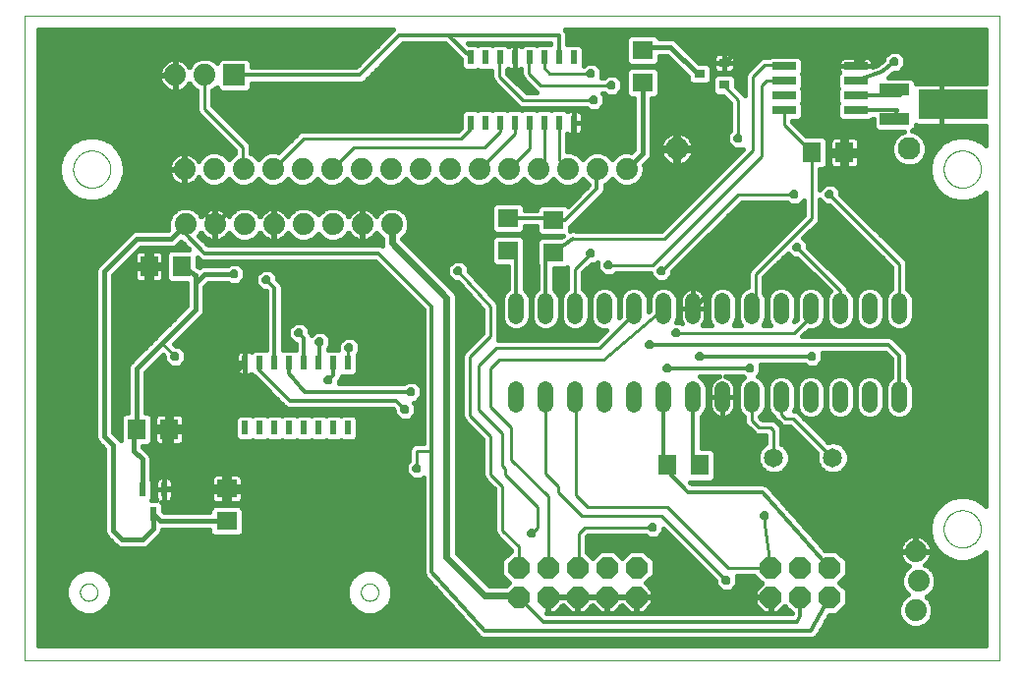
<source format=gtl>
G75*
%MOIN*%
%OFA0B0*%
%FSLAX25Y25*%
%IPPOS*%
%LPD*%
%AMOC8*
5,1,8,0,0,1.08239X$1,22.5*
%
%ADD10C,0.00000*%
%ADD11C,0.07677*%
%ADD12R,0.06299X0.07087*%
%ADD13R,0.07087X0.06299*%
%ADD14R,0.08000X0.02600*%
%ADD15R,0.02362X0.04724*%
%ADD16C,0.07400*%
%ADD17OC8,0.07400*%
%ADD18R,0.03543X0.03150*%
%ADD19R,0.07400X0.07400*%
%ADD20R,0.02200X0.05000*%
%ADD21C,0.05200*%
%ADD22R,0.09843X0.03937*%
%ADD23R,0.23622X0.09843*%
%ADD24C,0.06500*%
%ADD25C,0.01200*%
%ADD26C,0.01000*%
%ADD27C,0.01600*%
%ADD28OC8,0.03000*%
%ADD29C,0.02400*%
D10*
X0066945Y0001000D02*
X0066930Y0219614D01*
X0397670Y0219630D01*
X0397670Y0001000D01*
X0066945Y0001000D01*
X0085788Y0023984D02*
X0085790Y0024092D01*
X0085796Y0024201D01*
X0085806Y0024309D01*
X0085820Y0024416D01*
X0085838Y0024523D01*
X0085859Y0024630D01*
X0085885Y0024735D01*
X0085915Y0024840D01*
X0085948Y0024943D01*
X0085985Y0025045D01*
X0086026Y0025145D01*
X0086070Y0025244D01*
X0086119Y0025342D01*
X0086170Y0025437D01*
X0086225Y0025530D01*
X0086284Y0025622D01*
X0086346Y0025711D01*
X0086411Y0025798D01*
X0086479Y0025882D01*
X0086550Y0025964D01*
X0086624Y0026043D01*
X0086701Y0026119D01*
X0086781Y0026193D01*
X0086864Y0026263D01*
X0086949Y0026331D01*
X0087036Y0026395D01*
X0087126Y0026456D01*
X0087218Y0026514D01*
X0087312Y0026568D01*
X0087408Y0026619D01*
X0087505Y0026666D01*
X0087605Y0026710D01*
X0087706Y0026750D01*
X0087808Y0026786D01*
X0087911Y0026818D01*
X0088016Y0026847D01*
X0088122Y0026871D01*
X0088228Y0026892D01*
X0088335Y0026909D01*
X0088443Y0026922D01*
X0088551Y0026931D01*
X0088660Y0026936D01*
X0088768Y0026937D01*
X0088877Y0026934D01*
X0088985Y0026927D01*
X0089093Y0026916D01*
X0089200Y0026901D01*
X0089307Y0026882D01*
X0089413Y0026859D01*
X0089518Y0026833D01*
X0089623Y0026802D01*
X0089725Y0026768D01*
X0089827Y0026730D01*
X0089927Y0026688D01*
X0090026Y0026643D01*
X0090123Y0026594D01*
X0090217Y0026541D01*
X0090310Y0026485D01*
X0090401Y0026426D01*
X0090490Y0026363D01*
X0090576Y0026298D01*
X0090660Y0026229D01*
X0090741Y0026157D01*
X0090819Y0026082D01*
X0090895Y0026004D01*
X0090968Y0025923D01*
X0091038Y0025840D01*
X0091104Y0025755D01*
X0091168Y0025667D01*
X0091228Y0025576D01*
X0091285Y0025484D01*
X0091338Y0025389D01*
X0091388Y0025293D01*
X0091434Y0025195D01*
X0091477Y0025095D01*
X0091516Y0024994D01*
X0091551Y0024891D01*
X0091583Y0024788D01*
X0091610Y0024683D01*
X0091634Y0024577D01*
X0091654Y0024470D01*
X0091670Y0024363D01*
X0091682Y0024255D01*
X0091690Y0024147D01*
X0091694Y0024038D01*
X0091694Y0023930D01*
X0091690Y0023821D01*
X0091682Y0023713D01*
X0091670Y0023605D01*
X0091654Y0023498D01*
X0091634Y0023391D01*
X0091610Y0023285D01*
X0091583Y0023180D01*
X0091551Y0023077D01*
X0091516Y0022974D01*
X0091477Y0022873D01*
X0091434Y0022773D01*
X0091388Y0022675D01*
X0091338Y0022579D01*
X0091285Y0022484D01*
X0091228Y0022392D01*
X0091168Y0022301D01*
X0091104Y0022213D01*
X0091038Y0022128D01*
X0090968Y0022045D01*
X0090895Y0021964D01*
X0090819Y0021886D01*
X0090741Y0021811D01*
X0090660Y0021739D01*
X0090576Y0021670D01*
X0090490Y0021605D01*
X0090401Y0021542D01*
X0090310Y0021483D01*
X0090218Y0021427D01*
X0090123Y0021374D01*
X0090026Y0021325D01*
X0089927Y0021280D01*
X0089827Y0021238D01*
X0089725Y0021200D01*
X0089623Y0021166D01*
X0089518Y0021135D01*
X0089413Y0021109D01*
X0089307Y0021086D01*
X0089200Y0021067D01*
X0089093Y0021052D01*
X0088985Y0021041D01*
X0088877Y0021034D01*
X0088768Y0021031D01*
X0088660Y0021032D01*
X0088551Y0021037D01*
X0088443Y0021046D01*
X0088335Y0021059D01*
X0088228Y0021076D01*
X0088122Y0021097D01*
X0088016Y0021121D01*
X0087911Y0021150D01*
X0087808Y0021182D01*
X0087706Y0021218D01*
X0087605Y0021258D01*
X0087505Y0021302D01*
X0087408Y0021349D01*
X0087312Y0021400D01*
X0087218Y0021454D01*
X0087126Y0021512D01*
X0087036Y0021573D01*
X0086949Y0021637D01*
X0086864Y0021705D01*
X0086781Y0021775D01*
X0086701Y0021849D01*
X0086624Y0021925D01*
X0086550Y0022004D01*
X0086479Y0022086D01*
X0086411Y0022170D01*
X0086346Y0022257D01*
X0086284Y0022346D01*
X0086225Y0022438D01*
X0086170Y0022531D01*
X0086119Y0022626D01*
X0086070Y0022724D01*
X0086026Y0022823D01*
X0085985Y0022923D01*
X0085948Y0023025D01*
X0085915Y0023128D01*
X0085885Y0023233D01*
X0085859Y0023338D01*
X0085838Y0023445D01*
X0085820Y0023552D01*
X0085806Y0023659D01*
X0085796Y0023767D01*
X0085790Y0023876D01*
X0085788Y0023984D01*
X0181063Y0023984D02*
X0181065Y0024092D01*
X0181071Y0024201D01*
X0181081Y0024309D01*
X0181095Y0024416D01*
X0181113Y0024523D01*
X0181134Y0024630D01*
X0181160Y0024735D01*
X0181190Y0024840D01*
X0181223Y0024943D01*
X0181260Y0025045D01*
X0181301Y0025145D01*
X0181345Y0025244D01*
X0181394Y0025342D01*
X0181445Y0025437D01*
X0181500Y0025530D01*
X0181559Y0025622D01*
X0181621Y0025711D01*
X0181686Y0025798D01*
X0181754Y0025882D01*
X0181825Y0025964D01*
X0181899Y0026043D01*
X0181976Y0026119D01*
X0182056Y0026193D01*
X0182139Y0026263D01*
X0182224Y0026331D01*
X0182311Y0026395D01*
X0182401Y0026456D01*
X0182493Y0026514D01*
X0182587Y0026568D01*
X0182683Y0026619D01*
X0182780Y0026666D01*
X0182880Y0026710D01*
X0182981Y0026750D01*
X0183083Y0026786D01*
X0183186Y0026818D01*
X0183291Y0026847D01*
X0183397Y0026871D01*
X0183503Y0026892D01*
X0183610Y0026909D01*
X0183718Y0026922D01*
X0183826Y0026931D01*
X0183935Y0026936D01*
X0184043Y0026937D01*
X0184152Y0026934D01*
X0184260Y0026927D01*
X0184368Y0026916D01*
X0184475Y0026901D01*
X0184582Y0026882D01*
X0184688Y0026859D01*
X0184793Y0026833D01*
X0184898Y0026802D01*
X0185000Y0026768D01*
X0185102Y0026730D01*
X0185202Y0026688D01*
X0185301Y0026643D01*
X0185398Y0026594D01*
X0185492Y0026541D01*
X0185585Y0026485D01*
X0185676Y0026426D01*
X0185765Y0026363D01*
X0185851Y0026298D01*
X0185935Y0026229D01*
X0186016Y0026157D01*
X0186094Y0026082D01*
X0186170Y0026004D01*
X0186243Y0025923D01*
X0186313Y0025840D01*
X0186379Y0025755D01*
X0186443Y0025667D01*
X0186503Y0025576D01*
X0186560Y0025484D01*
X0186613Y0025389D01*
X0186663Y0025293D01*
X0186709Y0025195D01*
X0186752Y0025095D01*
X0186791Y0024994D01*
X0186826Y0024891D01*
X0186858Y0024788D01*
X0186885Y0024683D01*
X0186909Y0024577D01*
X0186929Y0024470D01*
X0186945Y0024363D01*
X0186957Y0024255D01*
X0186965Y0024147D01*
X0186969Y0024038D01*
X0186969Y0023930D01*
X0186965Y0023821D01*
X0186957Y0023713D01*
X0186945Y0023605D01*
X0186929Y0023498D01*
X0186909Y0023391D01*
X0186885Y0023285D01*
X0186858Y0023180D01*
X0186826Y0023077D01*
X0186791Y0022974D01*
X0186752Y0022873D01*
X0186709Y0022773D01*
X0186663Y0022675D01*
X0186613Y0022579D01*
X0186560Y0022484D01*
X0186503Y0022392D01*
X0186443Y0022301D01*
X0186379Y0022213D01*
X0186313Y0022128D01*
X0186243Y0022045D01*
X0186170Y0021964D01*
X0186094Y0021886D01*
X0186016Y0021811D01*
X0185935Y0021739D01*
X0185851Y0021670D01*
X0185765Y0021605D01*
X0185676Y0021542D01*
X0185585Y0021483D01*
X0185493Y0021427D01*
X0185398Y0021374D01*
X0185301Y0021325D01*
X0185202Y0021280D01*
X0185102Y0021238D01*
X0185000Y0021200D01*
X0184898Y0021166D01*
X0184793Y0021135D01*
X0184688Y0021109D01*
X0184582Y0021086D01*
X0184475Y0021067D01*
X0184368Y0021052D01*
X0184260Y0021041D01*
X0184152Y0021034D01*
X0184043Y0021031D01*
X0183935Y0021032D01*
X0183826Y0021037D01*
X0183718Y0021046D01*
X0183610Y0021059D01*
X0183503Y0021076D01*
X0183397Y0021097D01*
X0183291Y0021121D01*
X0183186Y0021150D01*
X0183083Y0021182D01*
X0182981Y0021218D01*
X0182880Y0021258D01*
X0182780Y0021302D01*
X0182683Y0021349D01*
X0182587Y0021400D01*
X0182493Y0021454D01*
X0182401Y0021512D01*
X0182311Y0021573D01*
X0182224Y0021637D01*
X0182139Y0021705D01*
X0182056Y0021775D01*
X0181976Y0021849D01*
X0181899Y0021925D01*
X0181825Y0022004D01*
X0181754Y0022086D01*
X0181686Y0022170D01*
X0181621Y0022257D01*
X0181559Y0022346D01*
X0181500Y0022438D01*
X0181445Y0022531D01*
X0181394Y0022626D01*
X0181345Y0022724D01*
X0181301Y0022823D01*
X0181260Y0022923D01*
X0181223Y0023025D01*
X0181190Y0023128D01*
X0181160Y0023233D01*
X0181134Y0023338D01*
X0181113Y0023445D01*
X0181095Y0023552D01*
X0181081Y0023659D01*
X0181071Y0023767D01*
X0181065Y0023876D01*
X0181063Y0023984D01*
X0378749Y0045449D02*
X0378751Y0045607D01*
X0378757Y0045765D01*
X0378767Y0045923D01*
X0378781Y0046081D01*
X0378799Y0046238D01*
X0378820Y0046395D01*
X0378846Y0046551D01*
X0378876Y0046707D01*
X0378909Y0046862D01*
X0378947Y0047015D01*
X0378988Y0047168D01*
X0379033Y0047320D01*
X0379082Y0047471D01*
X0379135Y0047620D01*
X0379191Y0047768D01*
X0379251Y0047914D01*
X0379315Y0048059D01*
X0379383Y0048202D01*
X0379454Y0048344D01*
X0379528Y0048484D01*
X0379606Y0048621D01*
X0379688Y0048757D01*
X0379772Y0048891D01*
X0379861Y0049022D01*
X0379952Y0049151D01*
X0380047Y0049278D01*
X0380144Y0049403D01*
X0380245Y0049525D01*
X0380349Y0049644D01*
X0380456Y0049761D01*
X0380566Y0049875D01*
X0380679Y0049986D01*
X0380794Y0050095D01*
X0380912Y0050200D01*
X0381033Y0050302D01*
X0381156Y0050402D01*
X0381282Y0050498D01*
X0381410Y0050591D01*
X0381540Y0050681D01*
X0381673Y0050767D01*
X0381808Y0050851D01*
X0381944Y0050930D01*
X0382083Y0051007D01*
X0382224Y0051079D01*
X0382366Y0051149D01*
X0382510Y0051214D01*
X0382656Y0051276D01*
X0382803Y0051334D01*
X0382952Y0051389D01*
X0383102Y0051440D01*
X0383253Y0051487D01*
X0383405Y0051530D01*
X0383558Y0051569D01*
X0383713Y0051605D01*
X0383868Y0051636D01*
X0384024Y0051664D01*
X0384180Y0051688D01*
X0384337Y0051708D01*
X0384495Y0051724D01*
X0384652Y0051736D01*
X0384811Y0051744D01*
X0384969Y0051748D01*
X0385127Y0051748D01*
X0385285Y0051744D01*
X0385444Y0051736D01*
X0385601Y0051724D01*
X0385759Y0051708D01*
X0385916Y0051688D01*
X0386072Y0051664D01*
X0386228Y0051636D01*
X0386383Y0051605D01*
X0386538Y0051569D01*
X0386691Y0051530D01*
X0386843Y0051487D01*
X0386994Y0051440D01*
X0387144Y0051389D01*
X0387293Y0051334D01*
X0387440Y0051276D01*
X0387586Y0051214D01*
X0387730Y0051149D01*
X0387872Y0051079D01*
X0388013Y0051007D01*
X0388152Y0050930D01*
X0388288Y0050851D01*
X0388423Y0050767D01*
X0388556Y0050681D01*
X0388686Y0050591D01*
X0388814Y0050498D01*
X0388940Y0050402D01*
X0389063Y0050302D01*
X0389184Y0050200D01*
X0389302Y0050095D01*
X0389417Y0049986D01*
X0389530Y0049875D01*
X0389640Y0049761D01*
X0389747Y0049644D01*
X0389851Y0049525D01*
X0389952Y0049403D01*
X0390049Y0049278D01*
X0390144Y0049151D01*
X0390235Y0049022D01*
X0390324Y0048891D01*
X0390408Y0048757D01*
X0390490Y0048621D01*
X0390568Y0048484D01*
X0390642Y0048344D01*
X0390713Y0048202D01*
X0390781Y0048059D01*
X0390845Y0047914D01*
X0390905Y0047768D01*
X0390961Y0047620D01*
X0391014Y0047471D01*
X0391063Y0047320D01*
X0391108Y0047168D01*
X0391149Y0047015D01*
X0391187Y0046862D01*
X0391220Y0046707D01*
X0391250Y0046551D01*
X0391276Y0046395D01*
X0391297Y0046238D01*
X0391315Y0046081D01*
X0391329Y0045923D01*
X0391339Y0045765D01*
X0391345Y0045607D01*
X0391347Y0045449D01*
X0391345Y0045291D01*
X0391339Y0045133D01*
X0391329Y0044975D01*
X0391315Y0044817D01*
X0391297Y0044660D01*
X0391276Y0044503D01*
X0391250Y0044347D01*
X0391220Y0044191D01*
X0391187Y0044036D01*
X0391149Y0043883D01*
X0391108Y0043730D01*
X0391063Y0043578D01*
X0391014Y0043427D01*
X0390961Y0043278D01*
X0390905Y0043130D01*
X0390845Y0042984D01*
X0390781Y0042839D01*
X0390713Y0042696D01*
X0390642Y0042554D01*
X0390568Y0042414D01*
X0390490Y0042277D01*
X0390408Y0042141D01*
X0390324Y0042007D01*
X0390235Y0041876D01*
X0390144Y0041747D01*
X0390049Y0041620D01*
X0389952Y0041495D01*
X0389851Y0041373D01*
X0389747Y0041254D01*
X0389640Y0041137D01*
X0389530Y0041023D01*
X0389417Y0040912D01*
X0389302Y0040803D01*
X0389184Y0040698D01*
X0389063Y0040596D01*
X0388940Y0040496D01*
X0388814Y0040400D01*
X0388686Y0040307D01*
X0388556Y0040217D01*
X0388423Y0040131D01*
X0388288Y0040047D01*
X0388152Y0039968D01*
X0388013Y0039891D01*
X0387872Y0039819D01*
X0387730Y0039749D01*
X0387586Y0039684D01*
X0387440Y0039622D01*
X0387293Y0039564D01*
X0387144Y0039509D01*
X0386994Y0039458D01*
X0386843Y0039411D01*
X0386691Y0039368D01*
X0386538Y0039329D01*
X0386383Y0039293D01*
X0386228Y0039262D01*
X0386072Y0039234D01*
X0385916Y0039210D01*
X0385759Y0039190D01*
X0385601Y0039174D01*
X0385444Y0039162D01*
X0385285Y0039154D01*
X0385127Y0039150D01*
X0384969Y0039150D01*
X0384811Y0039154D01*
X0384652Y0039162D01*
X0384495Y0039174D01*
X0384337Y0039190D01*
X0384180Y0039210D01*
X0384024Y0039234D01*
X0383868Y0039262D01*
X0383713Y0039293D01*
X0383558Y0039329D01*
X0383405Y0039368D01*
X0383253Y0039411D01*
X0383102Y0039458D01*
X0382952Y0039509D01*
X0382803Y0039564D01*
X0382656Y0039622D01*
X0382510Y0039684D01*
X0382366Y0039749D01*
X0382224Y0039819D01*
X0382083Y0039891D01*
X0381944Y0039968D01*
X0381808Y0040047D01*
X0381673Y0040131D01*
X0381540Y0040217D01*
X0381410Y0040307D01*
X0381282Y0040400D01*
X0381156Y0040496D01*
X0381033Y0040596D01*
X0380912Y0040698D01*
X0380794Y0040803D01*
X0380679Y0040912D01*
X0380566Y0041023D01*
X0380456Y0041137D01*
X0380349Y0041254D01*
X0380245Y0041373D01*
X0380144Y0041495D01*
X0380047Y0041620D01*
X0379952Y0041747D01*
X0379861Y0041876D01*
X0379772Y0042007D01*
X0379688Y0042141D01*
X0379606Y0042277D01*
X0379528Y0042414D01*
X0379454Y0042554D01*
X0379383Y0042696D01*
X0379315Y0042839D01*
X0379251Y0042984D01*
X0379191Y0043130D01*
X0379135Y0043278D01*
X0379082Y0043427D01*
X0379033Y0043578D01*
X0378988Y0043730D01*
X0378947Y0043883D01*
X0378909Y0044036D01*
X0378876Y0044191D01*
X0378846Y0044347D01*
X0378820Y0044503D01*
X0378799Y0044660D01*
X0378781Y0044817D01*
X0378767Y0044975D01*
X0378757Y0045133D01*
X0378751Y0045291D01*
X0378749Y0045449D01*
X0378749Y0167496D02*
X0378751Y0167654D01*
X0378757Y0167812D01*
X0378767Y0167970D01*
X0378781Y0168128D01*
X0378799Y0168285D01*
X0378820Y0168442D01*
X0378846Y0168598D01*
X0378876Y0168754D01*
X0378909Y0168909D01*
X0378947Y0169062D01*
X0378988Y0169215D01*
X0379033Y0169367D01*
X0379082Y0169518D01*
X0379135Y0169667D01*
X0379191Y0169815D01*
X0379251Y0169961D01*
X0379315Y0170106D01*
X0379383Y0170249D01*
X0379454Y0170391D01*
X0379528Y0170531D01*
X0379606Y0170668D01*
X0379688Y0170804D01*
X0379772Y0170938D01*
X0379861Y0171069D01*
X0379952Y0171198D01*
X0380047Y0171325D01*
X0380144Y0171450D01*
X0380245Y0171572D01*
X0380349Y0171691D01*
X0380456Y0171808D01*
X0380566Y0171922D01*
X0380679Y0172033D01*
X0380794Y0172142D01*
X0380912Y0172247D01*
X0381033Y0172349D01*
X0381156Y0172449D01*
X0381282Y0172545D01*
X0381410Y0172638D01*
X0381540Y0172728D01*
X0381673Y0172814D01*
X0381808Y0172898D01*
X0381944Y0172977D01*
X0382083Y0173054D01*
X0382224Y0173126D01*
X0382366Y0173196D01*
X0382510Y0173261D01*
X0382656Y0173323D01*
X0382803Y0173381D01*
X0382952Y0173436D01*
X0383102Y0173487D01*
X0383253Y0173534D01*
X0383405Y0173577D01*
X0383558Y0173616D01*
X0383713Y0173652D01*
X0383868Y0173683D01*
X0384024Y0173711D01*
X0384180Y0173735D01*
X0384337Y0173755D01*
X0384495Y0173771D01*
X0384652Y0173783D01*
X0384811Y0173791D01*
X0384969Y0173795D01*
X0385127Y0173795D01*
X0385285Y0173791D01*
X0385444Y0173783D01*
X0385601Y0173771D01*
X0385759Y0173755D01*
X0385916Y0173735D01*
X0386072Y0173711D01*
X0386228Y0173683D01*
X0386383Y0173652D01*
X0386538Y0173616D01*
X0386691Y0173577D01*
X0386843Y0173534D01*
X0386994Y0173487D01*
X0387144Y0173436D01*
X0387293Y0173381D01*
X0387440Y0173323D01*
X0387586Y0173261D01*
X0387730Y0173196D01*
X0387872Y0173126D01*
X0388013Y0173054D01*
X0388152Y0172977D01*
X0388288Y0172898D01*
X0388423Y0172814D01*
X0388556Y0172728D01*
X0388686Y0172638D01*
X0388814Y0172545D01*
X0388940Y0172449D01*
X0389063Y0172349D01*
X0389184Y0172247D01*
X0389302Y0172142D01*
X0389417Y0172033D01*
X0389530Y0171922D01*
X0389640Y0171808D01*
X0389747Y0171691D01*
X0389851Y0171572D01*
X0389952Y0171450D01*
X0390049Y0171325D01*
X0390144Y0171198D01*
X0390235Y0171069D01*
X0390324Y0170938D01*
X0390408Y0170804D01*
X0390490Y0170668D01*
X0390568Y0170531D01*
X0390642Y0170391D01*
X0390713Y0170249D01*
X0390781Y0170106D01*
X0390845Y0169961D01*
X0390905Y0169815D01*
X0390961Y0169667D01*
X0391014Y0169518D01*
X0391063Y0169367D01*
X0391108Y0169215D01*
X0391149Y0169062D01*
X0391187Y0168909D01*
X0391220Y0168754D01*
X0391250Y0168598D01*
X0391276Y0168442D01*
X0391297Y0168285D01*
X0391315Y0168128D01*
X0391329Y0167970D01*
X0391339Y0167812D01*
X0391345Y0167654D01*
X0391347Y0167496D01*
X0391345Y0167338D01*
X0391339Y0167180D01*
X0391329Y0167022D01*
X0391315Y0166864D01*
X0391297Y0166707D01*
X0391276Y0166550D01*
X0391250Y0166394D01*
X0391220Y0166238D01*
X0391187Y0166083D01*
X0391149Y0165930D01*
X0391108Y0165777D01*
X0391063Y0165625D01*
X0391014Y0165474D01*
X0390961Y0165325D01*
X0390905Y0165177D01*
X0390845Y0165031D01*
X0390781Y0164886D01*
X0390713Y0164743D01*
X0390642Y0164601D01*
X0390568Y0164461D01*
X0390490Y0164324D01*
X0390408Y0164188D01*
X0390324Y0164054D01*
X0390235Y0163923D01*
X0390144Y0163794D01*
X0390049Y0163667D01*
X0389952Y0163542D01*
X0389851Y0163420D01*
X0389747Y0163301D01*
X0389640Y0163184D01*
X0389530Y0163070D01*
X0389417Y0162959D01*
X0389302Y0162850D01*
X0389184Y0162745D01*
X0389063Y0162643D01*
X0388940Y0162543D01*
X0388814Y0162447D01*
X0388686Y0162354D01*
X0388556Y0162264D01*
X0388423Y0162178D01*
X0388288Y0162094D01*
X0388152Y0162015D01*
X0388013Y0161938D01*
X0387872Y0161866D01*
X0387730Y0161796D01*
X0387586Y0161731D01*
X0387440Y0161669D01*
X0387293Y0161611D01*
X0387144Y0161556D01*
X0386994Y0161505D01*
X0386843Y0161458D01*
X0386691Y0161415D01*
X0386538Y0161376D01*
X0386383Y0161340D01*
X0386228Y0161309D01*
X0386072Y0161281D01*
X0385916Y0161257D01*
X0385759Y0161237D01*
X0385601Y0161221D01*
X0385444Y0161209D01*
X0385285Y0161201D01*
X0385127Y0161197D01*
X0384969Y0161197D01*
X0384811Y0161201D01*
X0384652Y0161209D01*
X0384495Y0161221D01*
X0384337Y0161237D01*
X0384180Y0161257D01*
X0384024Y0161281D01*
X0383868Y0161309D01*
X0383713Y0161340D01*
X0383558Y0161376D01*
X0383405Y0161415D01*
X0383253Y0161458D01*
X0383102Y0161505D01*
X0382952Y0161556D01*
X0382803Y0161611D01*
X0382656Y0161669D01*
X0382510Y0161731D01*
X0382366Y0161796D01*
X0382224Y0161866D01*
X0382083Y0161938D01*
X0381944Y0162015D01*
X0381808Y0162094D01*
X0381673Y0162178D01*
X0381540Y0162264D01*
X0381410Y0162354D01*
X0381282Y0162447D01*
X0381156Y0162543D01*
X0381033Y0162643D01*
X0380912Y0162745D01*
X0380794Y0162850D01*
X0380679Y0162959D01*
X0380566Y0163070D01*
X0380456Y0163184D01*
X0380349Y0163301D01*
X0380245Y0163420D01*
X0380144Y0163542D01*
X0380047Y0163667D01*
X0379952Y0163794D01*
X0379861Y0163923D01*
X0379772Y0164054D01*
X0379688Y0164188D01*
X0379606Y0164324D01*
X0379528Y0164461D01*
X0379454Y0164601D01*
X0379383Y0164743D01*
X0379315Y0164886D01*
X0379251Y0165031D01*
X0379191Y0165177D01*
X0379135Y0165325D01*
X0379082Y0165474D01*
X0379033Y0165625D01*
X0378988Y0165777D01*
X0378947Y0165930D01*
X0378909Y0166083D01*
X0378876Y0166238D01*
X0378846Y0166394D01*
X0378820Y0166550D01*
X0378799Y0166707D01*
X0378781Y0166864D01*
X0378767Y0167022D01*
X0378757Y0167180D01*
X0378751Y0167338D01*
X0378749Y0167496D01*
X0083473Y0167496D02*
X0083475Y0167654D01*
X0083481Y0167812D01*
X0083491Y0167970D01*
X0083505Y0168128D01*
X0083523Y0168285D01*
X0083544Y0168442D01*
X0083570Y0168598D01*
X0083600Y0168754D01*
X0083633Y0168909D01*
X0083671Y0169062D01*
X0083712Y0169215D01*
X0083757Y0169367D01*
X0083806Y0169518D01*
X0083859Y0169667D01*
X0083915Y0169815D01*
X0083975Y0169961D01*
X0084039Y0170106D01*
X0084107Y0170249D01*
X0084178Y0170391D01*
X0084252Y0170531D01*
X0084330Y0170668D01*
X0084412Y0170804D01*
X0084496Y0170938D01*
X0084585Y0171069D01*
X0084676Y0171198D01*
X0084771Y0171325D01*
X0084868Y0171450D01*
X0084969Y0171572D01*
X0085073Y0171691D01*
X0085180Y0171808D01*
X0085290Y0171922D01*
X0085403Y0172033D01*
X0085518Y0172142D01*
X0085636Y0172247D01*
X0085757Y0172349D01*
X0085880Y0172449D01*
X0086006Y0172545D01*
X0086134Y0172638D01*
X0086264Y0172728D01*
X0086397Y0172814D01*
X0086532Y0172898D01*
X0086668Y0172977D01*
X0086807Y0173054D01*
X0086948Y0173126D01*
X0087090Y0173196D01*
X0087234Y0173261D01*
X0087380Y0173323D01*
X0087527Y0173381D01*
X0087676Y0173436D01*
X0087826Y0173487D01*
X0087977Y0173534D01*
X0088129Y0173577D01*
X0088282Y0173616D01*
X0088437Y0173652D01*
X0088592Y0173683D01*
X0088748Y0173711D01*
X0088904Y0173735D01*
X0089061Y0173755D01*
X0089219Y0173771D01*
X0089376Y0173783D01*
X0089535Y0173791D01*
X0089693Y0173795D01*
X0089851Y0173795D01*
X0090009Y0173791D01*
X0090168Y0173783D01*
X0090325Y0173771D01*
X0090483Y0173755D01*
X0090640Y0173735D01*
X0090796Y0173711D01*
X0090952Y0173683D01*
X0091107Y0173652D01*
X0091262Y0173616D01*
X0091415Y0173577D01*
X0091567Y0173534D01*
X0091718Y0173487D01*
X0091868Y0173436D01*
X0092017Y0173381D01*
X0092164Y0173323D01*
X0092310Y0173261D01*
X0092454Y0173196D01*
X0092596Y0173126D01*
X0092737Y0173054D01*
X0092876Y0172977D01*
X0093012Y0172898D01*
X0093147Y0172814D01*
X0093280Y0172728D01*
X0093410Y0172638D01*
X0093538Y0172545D01*
X0093664Y0172449D01*
X0093787Y0172349D01*
X0093908Y0172247D01*
X0094026Y0172142D01*
X0094141Y0172033D01*
X0094254Y0171922D01*
X0094364Y0171808D01*
X0094471Y0171691D01*
X0094575Y0171572D01*
X0094676Y0171450D01*
X0094773Y0171325D01*
X0094868Y0171198D01*
X0094959Y0171069D01*
X0095048Y0170938D01*
X0095132Y0170804D01*
X0095214Y0170668D01*
X0095292Y0170531D01*
X0095366Y0170391D01*
X0095437Y0170249D01*
X0095505Y0170106D01*
X0095569Y0169961D01*
X0095629Y0169815D01*
X0095685Y0169667D01*
X0095738Y0169518D01*
X0095787Y0169367D01*
X0095832Y0169215D01*
X0095873Y0169062D01*
X0095911Y0168909D01*
X0095944Y0168754D01*
X0095974Y0168598D01*
X0096000Y0168442D01*
X0096021Y0168285D01*
X0096039Y0168128D01*
X0096053Y0167970D01*
X0096063Y0167812D01*
X0096069Y0167654D01*
X0096071Y0167496D01*
X0096069Y0167338D01*
X0096063Y0167180D01*
X0096053Y0167022D01*
X0096039Y0166864D01*
X0096021Y0166707D01*
X0096000Y0166550D01*
X0095974Y0166394D01*
X0095944Y0166238D01*
X0095911Y0166083D01*
X0095873Y0165930D01*
X0095832Y0165777D01*
X0095787Y0165625D01*
X0095738Y0165474D01*
X0095685Y0165325D01*
X0095629Y0165177D01*
X0095569Y0165031D01*
X0095505Y0164886D01*
X0095437Y0164743D01*
X0095366Y0164601D01*
X0095292Y0164461D01*
X0095214Y0164324D01*
X0095132Y0164188D01*
X0095048Y0164054D01*
X0094959Y0163923D01*
X0094868Y0163794D01*
X0094773Y0163667D01*
X0094676Y0163542D01*
X0094575Y0163420D01*
X0094471Y0163301D01*
X0094364Y0163184D01*
X0094254Y0163070D01*
X0094141Y0162959D01*
X0094026Y0162850D01*
X0093908Y0162745D01*
X0093787Y0162643D01*
X0093664Y0162543D01*
X0093538Y0162447D01*
X0093410Y0162354D01*
X0093280Y0162264D01*
X0093147Y0162178D01*
X0093012Y0162094D01*
X0092876Y0162015D01*
X0092737Y0161938D01*
X0092596Y0161866D01*
X0092454Y0161796D01*
X0092310Y0161731D01*
X0092164Y0161669D01*
X0092017Y0161611D01*
X0091868Y0161556D01*
X0091718Y0161505D01*
X0091567Y0161458D01*
X0091415Y0161415D01*
X0091262Y0161376D01*
X0091107Y0161340D01*
X0090952Y0161309D01*
X0090796Y0161281D01*
X0090640Y0161257D01*
X0090483Y0161237D01*
X0090325Y0161221D01*
X0090168Y0161209D01*
X0090009Y0161201D01*
X0089851Y0161197D01*
X0089693Y0161197D01*
X0089535Y0161201D01*
X0089376Y0161209D01*
X0089219Y0161221D01*
X0089061Y0161237D01*
X0088904Y0161257D01*
X0088748Y0161281D01*
X0088592Y0161309D01*
X0088437Y0161340D01*
X0088282Y0161376D01*
X0088129Y0161415D01*
X0087977Y0161458D01*
X0087826Y0161505D01*
X0087676Y0161556D01*
X0087527Y0161611D01*
X0087380Y0161669D01*
X0087234Y0161731D01*
X0087090Y0161796D01*
X0086948Y0161866D01*
X0086807Y0161938D01*
X0086668Y0162015D01*
X0086532Y0162094D01*
X0086397Y0162178D01*
X0086264Y0162264D01*
X0086134Y0162354D01*
X0086006Y0162447D01*
X0085880Y0162543D01*
X0085757Y0162643D01*
X0085636Y0162745D01*
X0085518Y0162850D01*
X0085403Y0162959D01*
X0085290Y0163070D01*
X0085180Y0163184D01*
X0085073Y0163301D01*
X0084969Y0163420D01*
X0084868Y0163542D01*
X0084771Y0163667D01*
X0084676Y0163794D01*
X0084585Y0163923D01*
X0084496Y0164054D01*
X0084412Y0164188D01*
X0084330Y0164324D01*
X0084252Y0164461D01*
X0084178Y0164601D01*
X0084107Y0164743D01*
X0084039Y0164886D01*
X0083975Y0165031D01*
X0083915Y0165177D01*
X0083859Y0165325D01*
X0083806Y0165474D01*
X0083757Y0165625D01*
X0083712Y0165777D01*
X0083671Y0165930D01*
X0083633Y0166083D01*
X0083600Y0166238D01*
X0083570Y0166394D01*
X0083544Y0166550D01*
X0083523Y0166707D01*
X0083505Y0166864D01*
X0083491Y0167022D01*
X0083481Y0167180D01*
X0083475Y0167338D01*
X0083473Y0167496D01*
D11*
X0288292Y0174417D03*
X0367032Y0174417D03*
D12*
X0345000Y0173126D03*
X0333977Y0173126D03*
X0295874Y0067063D03*
X0284851Y0067063D03*
X0120197Y0134496D03*
X0109174Y0134496D03*
X0104977Y0079260D03*
X0116000Y0079260D03*
D13*
X0135520Y0059094D03*
X0135520Y0048071D03*
X0231032Y0139819D03*
X0246292Y0139181D03*
X0246292Y0150205D03*
X0231032Y0150843D03*
X0276654Y0196937D03*
X0276654Y0207961D03*
D14*
X0324688Y0202370D03*
X0324688Y0197370D03*
X0324688Y0192370D03*
X0324688Y0187370D03*
X0348888Y0187370D03*
X0348888Y0192370D03*
X0348888Y0197370D03*
X0348888Y0202370D03*
D15*
X0253256Y0205370D03*
X0248256Y0205370D03*
X0243256Y0205370D03*
X0238256Y0205370D03*
X0233256Y0205370D03*
X0228256Y0205370D03*
X0223256Y0205370D03*
X0218256Y0205370D03*
X0218256Y0183323D03*
X0223256Y0183323D03*
X0228256Y0183323D03*
X0233256Y0183323D03*
X0238256Y0183323D03*
X0243256Y0183323D03*
X0248256Y0183323D03*
X0253256Y0183323D03*
X0176760Y0101787D03*
X0171760Y0101787D03*
X0166760Y0101787D03*
X0161760Y0101787D03*
X0156760Y0101787D03*
X0151760Y0101787D03*
X0146760Y0101787D03*
X0141760Y0101787D03*
X0141760Y0079740D03*
X0146760Y0079740D03*
X0151760Y0079740D03*
X0156760Y0079740D03*
X0161760Y0079740D03*
X0166760Y0079740D03*
X0171760Y0079740D03*
X0176760Y0079740D03*
D16*
X0181583Y0148717D03*
X0171583Y0148717D03*
X0161583Y0148717D03*
X0151583Y0148717D03*
X0141583Y0148717D03*
X0131583Y0148717D03*
X0121583Y0148717D03*
X0121268Y0167496D03*
X0131268Y0167496D03*
X0141268Y0167496D03*
X0151268Y0167496D03*
X0161268Y0167496D03*
X0171268Y0167496D03*
X0181268Y0167496D03*
X0191268Y0167496D03*
X0201268Y0167496D03*
X0211268Y0167496D03*
X0221268Y0167496D03*
X0231268Y0167496D03*
X0241268Y0167496D03*
X0251268Y0167496D03*
X0261268Y0167496D03*
X0271268Y0167496D03*
X0191583Y0148717D03*
X0128111Y0199374D03*
X0118111Y0199374D03*
X0369201Y0037811D03*
X0370201Y0027811D03*
X0369201Y0017811D03*
D17*
X0340040Y0022260D03*
X0330040Y0022260D03*
X0320040Y0022260D03*
X0320040Y0032260D03*
X0330040Y0032260D03*
X0340040Y0032260D03*
X0274615Y0032339D03*
X0264615Y0032339D03*
X0254615Y0032339D03*
X0244615Y0032339D03*
X0234615Y0032339D03*
X0234615Y0022339D03*
X0244615Y0022339D03*
X0254615Y0022339D03*
X0264615Y0022339D03*
X0274615Y0022339D03*
D18*
X0304276Y0196094D03*
X0296008Y0199835D03*
X0304276Y0203575D03*
D19*
X0138111Y0199374D03*
D20*
X0114291Y0058754D03*
X0106891Y0058754D03*
X0110591Y0050554D03*
D21*
X0233709Y0087605D02*
X0233709Y0092805D01*
X0243709Y0092805D02*
X0243709Y0087605D01*
X0253709Y0087605D02*
X0253709Y0092805D01*
X0263709Y0092805D02*
X0263709Y0087605D01*
X0273709Y0087605D02*
X0273709Y0092805D01*
X0283709Y0092805D02*
X0283709Y0087605D01*
X0293709Y0087605D02*
X0293709Y0092805D01*
X0303709Y0092805D02*
X0303709Y0087605D01*
X0313709Y0087605D02*
X0313709Y0092805D01*
X0323709Y0092805D02*
X0323709Y0087605D01*
X0333709Y0087605D02*
X0333709Y0092805D01*
X0343709Y0092805D02*
X0343709Y0087605D01*
X0353709Y0087605D02*
X0353709Y0092805D01*
X0363709Y0092805D02*
X0363709Y0087605D01*
X0363709Y0117605D02*
X0363709Y0122805D01*
X0353709Y0122805D02*
X0353709Y0117605D01*
X0343709Y0117605D02*
X0343709Y0122805D01*
X0333709Y0122805D02*
X0333709Y0117605D01*
X0323709Y0117605D02*
X0323709Y0122805D01*
X0313709Y0122805D02*
X0313709Y0117605D01*
X0303709Y0117605D02*
X0303709Y0122805D01*
X0293709Y0122805D02*
X0293709Y0117605D01*
X0283709Y0117605D02*
X0283709Y0122805D01*
X0273709Y0122805D02*
X0273709Y0117605D01*
X0263709Y0117605D02*
X0263709Y0122805D01*
X0253709Y0122805D02*
X0253709Y0117605D01*
X0243709Y0117605D02*
X0243709Y0122805D01*
X0233709Y0122805D02*
X0233709Y0117605D01*
D22*
X0362087Y0184409D03*
X0362087Y0194409D03*
D23*
X0382087Y0189409D03*
D24*
X0341079Y0069583D03*
X0321079Y0069583D03*
D25*
X0317394Y0057906D02*
X0340040Y0032260D01*
X0340040Y0022260D02*
X0333686Y0010906D01*
X0223119Y0010906D01*
X0205119Y0030906D01*
X0205119Y0071906D01*
X0205119Y0120906D01*
X0187119Y0138906D01*
X0128119Y0138906D01*
X0121583Y0145441D01*
X0121583Y0148717D01*
X0149119Y0129906D02*
X0151760Y0127264D01*
X0151760Y0101787D01*
X0156760Y0101787D02*
X0156760Y0098264D01*
X0162119Y0091906D01*
X0198119Y0091906D01*
X0193119Y0088906D02*
X0196119Y0085906D01*
X0193119Y0088906D02*
X0157119Y0088906D01*
X0146760Y0099264D01*
X0146760Y0101787D01*
X0161760Y0101787D02*
X0161760Y0110264D01*
X0160119Y0111906D01*
X0167119Y0108906D02*
X0167119Y0102146D01*
X0166760Y0101787D01*
X0171760Y0101787D02*
X0171760Y0097547D01*
X0170119Y0095906D01*
X0233709Y0120205D02*
X0233709Y0137142D01*
X0231032Y0139819D01*
X0243709Y0136598D02*
X0246292Y0139181D01*
X0246394Y0139181D01*
X0253119Y0143906D01*
X0250418Y0150205D02*
X0246292Y0150205D01*
X0245654Y0150843D01*
X0231032Y0150843D01*
X0250418Y0150205D02*
X0261119Y0160906D01*
X0261119Y0167346D01*
X0261268Y0167496D01*
X0243709Y0136598D02*
X0243709Y0120205D01*
X0279119Y0107906D02*
X0360119Y0107906D01*
X0363709Y0104315D01*
X0363709Y0090205D01*
X0334119Y0103906D02*
X0296119Y0103906D01*
X0285119Y0099906D02*
X0313119Y0099906D01*
X0293709Y0090205D02*
X0293709Y0069228D01*
X0295874Y0067063D01*
X0292119Y0057906D02*
X0284851Y0065173D01*
X0284851Y0067063D01*
X0283709Y0068205D01*
X0283709Y0090205D01*
X0292119Y0057906D02*
X0317394Y0057906D01*
X0330040Y0022260D02*
X0330040Y0015827D01*
X0329119Y0013906D01*
X0243048Y0013906D01*
X0234615Y0022339D01*
X0362087Y0184409D02*
X0363126Y0187370D01*
X0348888Y0187370D01*
X0348888Y0192370D02*
X0364048Y0192370D01*
X0362087Y0194409D01*
X0357583Y0200370D02*
X0362119Y0203906D01*
X0357583Y0200370D02*
X0348888Y0197370D01*
X0248256Y0205370D02*
X0248256Y0212768D01*
X0248119Y0212906D01*
X0210721Y0212906D01*
X0218256Y0205370D01*
X0210721Y0212906D02*
X0194119Y0212906D01*
X0180587Y0199374D01*
X0138111Y0199374D01*
D26*
X0128111Y0199374D02*
X0128111Y0187913D01*
X0141119Y0174906D01*
X0141119Y0165906D01*
X0142119Y0164906D01*
X0151268Y0167496D02*
X0161678Y0177906D01*
X0215119Y0177906D01*
X0218256Y0181043D01*
X0218256Y0183323D01*
X0223119Y0174906D02*
X0228256Y0180043D01*
X0228256Y0183323D01*
X0233256Y0183323D02*
X0233256Y0179484D01*
X0221268Y0167496D01*
X0223119Y0174906D02*
X0178678Y0174906D01*
X0171268Y0167496D01*
X0214119Y0132906D02*
X0225119Y0120906D01*
X0225119Y0110906D01*
X0218119Y0103906D01*
X0218119Y0083906D01*
X0225119Y0076906D01*
X0225119Y0063906D01*
X0229119Y0059906D01*
X0229119Y0044906D01*
X0234615Y0039409D01*
X0234615Y0032339D01*
X0244615Y0032339D02*
X0244615Y0056409D01*
X0232119Y0068906D01*
X0232119Y0079906D01*
X0225119Y0086906D01*
X0225119Y0099906D01*
X0228119Y0102906D01*
X0263410Y0102906D01*
X0283709Y0120205D01*
X0273709Y0120205D02*
X0273709Y0118496D01*
X0262119Y0106906D01*
X0227119Y0106906D01*
X0221119Y0100906D01*
X0221119Y0085906D01*
X0229119Y0077906D01*
X0229119Y0066906D01*
X0230119Y0065906D01*
X0230119Y0063906D01*
X0241119Y0052906D01*
X0241119Y0045906D01*
X0239119Y0043906D01*
X0255119Y0043906D02*
X0255119Y0032843D01*
X0254615Y0032339D01*
X0255119Y0043906D02*
X0257119Y0045906D01*
X0280119Y0045906D01*
X0283119Y0049906D02*
X0305119Y0027906D01*
X0305764Y0032260D02*
X0285119Y0052906D01*
X0258119Y0052906D01*
X0254119Y0056906D01*
X0254119Y0089795D01*
X0253709Y0090205D01*
X0243709Y0090205D02*
X0243709Y0064315D01*
X0248119Y0059906D01*
X0248119Y0057906D01*
X0256119Y0049906D01*
X0283119Y0049906D01*
X0305764Y0032260D02*
X0320040Y0032260D01*
X0318040Y0046984D01*
X0318119Y0049906D01*
X0321079Y0069583D02*
X0321119Y0069622D01*
X0321119Y0078906D01*
X0320119Y0079906D01*
X0316119Y0079906D01*
X0313709Y0082315D01*
X0313709Y0090205D01*
X0323709Y0090205D02*
X0323709Y0084315D01*
X0325119Y0082906D01*
X0327756Y0082906D01*
X0341079Y0069583D01*
X0328119Y0111906D02*
X0288119Y0111906D01*
X0313709Y0120205D02*
X0315119Y0124614D01*
X0315119Y0131906D01*
X0333977Y0150764D01*
X0333977Y0173126D01*
X0324688Y0182415D01*
X0324688Y0187370D01*
X0317119Y0195906D02*
X0317119Y0171906D01*
X0280119Y0134906D01*
X0265119Y0134906D01*
X0259119Y0138906D02*
X0253709Y0133496D01*
X0253709Y0120205D01*
X0283119Y0132906D02*
X0309119Y0158906D01*
X0328119Y0158906D01*
X0340119Y0158906D02*
X0363709Y0135315D01*
X0363709Y0120205D01*
X0343709Y0120205D02*
X0343709Y0126315D01*
X0329119Y0140906D01*
X0333709Y0120205D02*
X0333709Y0117496D01*
X0328119Y0111906D01*
X0284119Y0143906D02*
X0314119Y0173906D01*
X0314119Y0198906D01*
X0318119Y0202906D01*
X0327119Y0202906D01*
X0328119Y0201906D01*
X0324688Y0197370D02*
X0318583Y0197370D01*
X0317119Y0195906D01*
X0309119Y0190906D02*
X0309119Y0177906D01*
X0309119Y0190906D02*
X0304276Y0195748D01*
X0304276Y0196094D01*
X0266119Y0195906D02*
X0242119Y0195906D01*
X0238119Y0199906D01*
X0238119Y0205232D01*
X0238256Y0205370D01*
X0243256Y0205370D02*
X0243256Y0201768D01*
X0245119Y0199906D01*
X0259119Y0199906D01*
X0260119Y0190906D02*
X0236119Y0190906D01*
X0228119Y0198906D01*
X0228119Y0205232D01*
X0228256Y0205370D01*
X0238256Y0183323D02*
X0238256Y0174484D01*
X0231268Y0167496D01*
X0241268Y0167496D02*
X0243256Y0169484D01*
X0243256Y0183323D01*
X0248256Y0183323D02*
X0248256Y0170508D01*
X0251268Y0167496D01*
X0253119Y0143906D02*
X0284119Y0143906D01*
X0177119Y0106906D02*
X0176760Y0106547D01*
X0176760Y0101787D01*
X0200119Y0071906D02*
X0205119Y0071906D01*
X0200119Y0071906D02*
X0200119Y0065906D01*
X0118119Y0103906D02*
X0113619Y0108406D01*
D27*
X0125119Y0119906D01*
X0125119Y0128906D01*
X0128119Y0131906D01*
X0138119Y0131906D01*
X0140823Y0129377D02*
X0145419Y0129377D01*
X0145419Y0128373D02*
X0147586Y0126206D01*
X0148859Y0126206D01*
X0148960Y0126104D01*
X0148960Y0106242D01*
X0148853Y0106350D01*
X0144668Y0106350D01*
X0143959Y0105641D01*
X0143636Y0105827D01*
X0143178Y0105950D01*
X0141760Y0105950D01*
X0140342Y0105950D01*
X0139884Y0105827D01*
X0139474Y0105590D01*
X0139139Y0105255D01*
X0138902Y0104844D01*
X0138779Y0104387D01*
X0138779Y0101787D01*
X0138779Y0099188D01*
X0138902Y0098730D01*
X0139139Y0098320D01*
X0139474Y0097985D01*
X0139884Y0097748D01*
X0140342Y0097625D01*
X0141760Y0097625D01*
X0141760Y0101787D01*
X0141760Y0101787D01*
X0138779Y0101787D01*
X0141760Y0101787D01*
X0141760Y0101787D01*
X0141760Y0097625D01*
X0143178Y0097625D01*
X0143636Y0097748D01*
X0143959Y0097934D01*
X0144668Y0097225D01*
X0144839Y0097225D01*
X0154745Y0087319D01*
X0155533Y0086532D01*
X0156562Y0086106D01*
X0191959Y0086106D01*
X0192419Y0085646D01*
X0192419Y0084373D01*
X0194586Y0082206D01*
X0197651Y0082206D01*
X0199819Y0084373D01*
X0199819Y0087438D01*
X0199051Y0088206D01*
X0199651Y0088206D01*
X0201819Y0090373D01*
X0201819Y0093438D01*
X0199651Y0095605D01*
X0196586Y0095605D01*
X0195686Y0094705D01*
X0173819Y0094705D01*
X0173819Y0095646D01*
X0174134Y0095961D01*
X0174560Y0096990D01*
X0174560Y0097333D01*
X0174668Y0097225D01*
X0178853Y0097225D01*
X0180141Y0098514D01*
X0180141Y0104696D01*
X0180819Y0105373D01*
X0180819Y0108438D01*
X0178651Y0110605D01*
X0175586Y0110605D01*
X0173419Y0108438D01*
X0173419Y0106350D01*
X0169919Y0106350D01*
X0169919Y0106473D01*
X0170819Y0107373D01*
X0170819Y0110438D01*
X0168651Y0112605D01*
X0165586Y0112605D01*
X0164338Y0111357D01*
X0164134Y0111850D01*
X0163819Y0112165D01*
X0163819Y0113438D01*
X0161651Y0115605D01*
X0158586Y0115605D01*
X0156419Y0113438D01*
X0156419Y0110373D01*
X0158586Y0108206D01*
X0158960Y0108206D01*
X0158960Y0106242D01*
X0158853Y0106350D01*
X0154668Y0106350D01*
X0154560Y0106242D01*
X0154560Y0127821D01*
X0154134Y0128850D01*
X0152819Y0130165D01*
X0152819Y0131438D01*
X0150651Y0133605D01*
X0147586Y0133605D01*
X0145419Y0131438D01*
X0145419Y0128373D01*
X0146013Y0127779D02*
X0128235Y0127779D01*
X0128119Y0127663D02*
X0129361Y0128906D01*
X0135886Y0128906D01*
X0136586Y0128206D01*
X0139651Y0128206D01*
X0141819Y0130373D01*
X0141819Y0133438D01*
X0139651Y0135605D01*
X0136586Y0135605D01*
X0135886Y0134905D01*
X0127522Y0134905D01*
X0126419Y0134449D01*
X0126231Y0134260D01*
X0125547Y0134688D01*
X0125547Y0137517D01*
X0125745Y0137319D01*
X0126533Y0136532D01*
X0127562Y0136106D01*
X0185959Y0136106D01*
X0202319Y0119746D01*
X0202319Y0074605D01*
X0199582Y0074605D01*
X0198589Y0074194D01*
X0197830Y0073435D01*
X0197419Y0072443D01*
X0197419Y0068438D01*
X0196419Y0067438D01*
X0196419Y0064373D01*
X0198586Y0062206D01*
X0201651Y0062206D01*
X0202319Y0062873D01*
X0202319Y0030979D01*
X0202293Y0030496D01*
X0202319Y0030425D01*
X0202319Y0030349D01*
X0202504Y0029902D01*
X0202665Y0029446D01*
X0202716Y0029390D01*
X0202745Y0029319D01*
X0203087Y0028978D01*
X0220716Y0009390D01*
X0220745Y0009319D01*
X0221087Y0008978D01*
X0221410Y0008618D01*
X0221479Y0008586D01*
X0221533Y0008532D01*
X0221979Y0008347D01*
X0222415Y0008139D01*
X0222491Y0008135D01*
X0222562Y0008106D01*
X0223045Y0008106D01*
X0223528Y0008080D01*
X0223599Y0008106D01*
X0333521Y0008106D01*
X0333910Y0008060D01*
X0334073Y0008106D01*
X0334242Y0008106D01*
X0334605Y0008256D01*
X0334982Y0008362D01*
X0335115Y0008467D01*
X0335272Y0008532D01*
X0335549Y0008809D01*
X0335857Y0009052D01*
X0335940Y0009200D01*
X0336059Y0009319D01*
X0336209Y0009682D01*
X0339947Y0016360D01*
X0342484Y0016360D01*
X0345940Y0019816D01*
X0345940Y0024704D01*
X0343384Y0027260D01*
X0345940Y0029816D01*
X0345940Y0034704D01*
X0342484Y0038160D01*
X0338565Y0038160D01*
X0319802Y0059409D01*
X0319768Y0059492D01*
X0319435Y0059824D01*
X0319124Y0060176D01*
X0319044Y0060216D01*
X0318980Y0060279D01*
X0318546Y0060459D01*
X0318124Y0060666D01*
X0318034Y0060671D01*
X0317951Y0060705D01*
X0317481Y0060705D01*
X0317012Y0060735D01*
X0316927Y0060705D01*
X0293278Y0060705D01*
X0292664Y0061320D01*
X0299935Y0061320D01*
X0301224Y0062608D01*
X0301224Y0071518D01*
X0299935Y0072806D01*
X0296509Y0072806D01*
X0296509Y0083617D01*
X0297778Y0084886D01*
X0298509Y0086650D01*
X0298509Y0093759D01*
X0297778Y0095524D01*
X0296428Y0096874D01*
X0295869Y0097106D01*
X0302737Y0097106D01*
X0302679Y0097096D01*
X0302020Y0096882D01*
X0301403Y0096568D01*
X0300843Y0096161D01*
X0300353Y0095671D01*
X0299946Y0095111D01*
X0299631Y0094494D01*
X0299417Y0093835D01*
X0299309Y0093151D01*
X0299309Y0090205D01*
X0303709Y0090205D01*
X0303709Y0090205D01*
X0308109Y0090205D01*
X0308109Y0093151D01*
X0308001Y0093835D01*
X0307787Y0094494D01*
X0307472Y0095111D01*
X0307065Y0095671D01*
X0306576Y0096161D01*
X0306015Y0096568D01*
X0305398Y0096882D01*
X0304739Y0097096D01*
X0304682Y0097106D01*
X0310686Y0097106D01*
X0310954Y0096838D01*
X0309640Y0095524D01*
X0308909Y0093759D01*
X0308909Y0086650D01*
X0309640Y0084886D01*
X0310990Y0083535D01*
X0311009Y0083528D01*
X0311009Y0081778D01*
X0311420Y0080786D01*
X0313830Y0078376D01*
X0314589Y0077617D01*
X0315582Y0077206D01*
X0318419Y0077206D01*
X0318419Y0074380D01*
X0317992Y0074203D01*
X0316459Y0072670D01*
X0315629Y0070667D01*
X0315629Y0068499D01*
X0316459Y0066495D01*
X0317992Y0064962D01*
X0319995Y0064133D01*
X0322163Y0064133D01*
X0324166Y0064962D01*
X0325699Y0066495D01*
X0326529Y0068499D01*
X0326529Y0070667D01*
X0325699Y0072670D01*
X0324166Y0074203D01*
X0323819Y0074347D01*
X0323819Y0079443D01*
X0323408Y0080435D01*
X0322648Y0081194D01*
X0321648Y0082194D01*
X0320656Y0082605D01*
X0317237Y0082605D01*
X0316409Y0083433D01*
X0316409Y0083528D01*
X0316428Y0083535D01*
X0317778Y0084886D01*
X0318509Y0086650D01*
X0318509Y0093759D01*
X0317778Y0095524D01*
X0316428Y0096874D01*
X0315644Y0097199D01*
X0316819Y0098373D01*
X0316819Y0101106D01*
X0331686Y0101106D01*
X0332586Y0100206D01*
X0335651Y0100206D01*
X0337819Y0102373D01*
X0337819Y0105106D01*
X0358959Y0105106D01*
X0360909Y0103155D01*
X0360909Y0096793D01*
X0359640Y0095524D01*
X0358909Y0093759D01*
X0358909Y0086650D01*
X0359640Y0084886D01*
X0360990Y0083535D01*
X0362754Y0082805D01*
X0364664Y0082805D01*
X0366428Y0083535D01*
X0367778Y0084886D01*
X0368509Y0086650D01*
X0368509Y0093759D01*
X0367778Y0095524D01*
X0366509Y0096793D01*
X0366509Y0104872D01*
X0366083Y0105901D01*
X0362492Y0109492D01*
X0361705Y0110279D01*
X0360676Y0110705D01*
X0330737Y0110705D01*
X0332836Y0112805D01*
X0334664Y0112805D01*
X0336428Y0113535D01*
X0337778Y0114886D01*
X0338509Y0116650D01*
X0338509Y0123759D01*
X0337778Y0125524D01*
X0336428Y0126874D01*
X0334664Y0127605D01*
X0332754Y0127605D01*
X0330990Y0126874D01*
X0329640Y0125524D01*
X0328909Y0123759D01*
X0328909Y0116650D01*
X0328949Y0116554D01*
X0328130Y0115736D01*
X0328509Y0116650D01*
X0328509Y0123759D01*
X0327778Y0125524D01*
X0326428Y0126874D01*
X0324664Y0127605D01*
X0322754Y0127605D01*
X0320990Y0126874D01*
X0319640Y0125524D01*
X0318909Y0123759D01*
X0318909Y0116650D01*
X0319640Y0114886D01*
X0319920Y0114605D01*
X0317498Y0114605D01*
X0317778Y0114886D01*
X0318509Y0116650D01*
X0318509Y0123759D01*
X0317819Y0125427D01*
X0317819Y0130787D01*
X0325911Y0138880D01*
X0327586Y0137206D01*
X0329000Y0137206D01*
X0340161Y0126045D01*
X0339640Y0125524D01*
X0338909Y0123759D01*
X0338909Y0116650D01*
X0339640Y0114886D01*
X0340990Y0113535D01*
X0342754Y0112805D01*
X0344664Y0112805D01*
X0346428Y0113535D01*
X0347778Y0114886D01*
X0348509Y0116650D01*
X0348509Y0123759D01*
X0347778Y0125524D01*
X0346428Y0126874D01*
X0346394Y0126888D01*
X0345998Y0127844D01*
X0332819Y0141024D01*
X0332819Y0142438D01*
X0331144Y0144113D01*
X0336266Y0149234D01*
X0336677Y0150227D01*
X0336677Y0157115D01*
X0338586Y0155206D01*
X0340000Y0155206D01*
X0361009Y0134197D01*
X0361009Y0126882D01*
X0360990Y0126874D01*
X0359640Y0125524D01*
X0358909Y0123759D01*
X0358909Y0116650D01*
X0359640Y0114886D01*
X0360990Y0113535D01*
X0362754Y0112805D01*
X0364664Y0112805D01*
X0366428Y0113535D01*
X0367778Y0114886D01*
X0368509Y0116650D01*
X0368509Y0123759D01*
X0367778Y0125524D01*
X0366428Y0126874D01*
X0366409Y0126882D01*
X0366409Y0135852D01*
X0365998Y0136844D01*
X0343819Y0159024D01*
X0343819Y0160438D01*
X0341651Y0162605D01*
X0338586Y0162605D01*
X0336677Y0160696D01*
X0336677Y0167383D01*
X0338038Y0167383D01*
X0339326Y0168671D01*
X0339326Y0177581D01*
X0338038Y0178869D01*
X0332052Y0178869D01*
X0327388Y0183533D01*
X0327388Y0183870D01*
X0329599Y0183870D01*
X0330888Y0185159D01*
X0330888Y0189581D01*
X0330599Y0189870D01*
X0330888Y0190159D01*
X0330888Y0194581D01*
X0330599Y0194870D01*
X0330888Y0195159D01*
X0330888Y0199581D01*
X0330599Y0199870D01*
X0330888Y0200159D01*
X0330888Y0204581D01*
X0329599Y0205870D01*
X0319777Y0205870D01*
X0319512Y0205605D01*
X0317582Y0205605D01*
X0316589Y0205194D01*
X0315830Y0204435D01*
X0311830Y0200435D01*
X0311419Y0199443D01*
X0311419Y0192408D01*
X0311408Y0192435D01*
X0310648Y0193194D01*
X0308248Y0195595D01*
X0308248Y0198581D01*
X0306959Y0199869D01*
X0301593Y0199869D01*
X0300304Y0198581D01*
X0300304Y0193608D01*
X0301593Y0192320D01*
X0303886Y0192320D01*
X0306419Y0189787D01*
X0306419Y0180438D01*
X0305419Y0179438D01*
X0305419Y0176373D01*
X0307586Y0174206D01*
X0310600Y0174206D01*
X0283000Y0146605D01*
X0253934Y0146605D01*
X0253052Y0146760D01*
X0252035Y0146532D01*
X0252035Y0147862D01*
X0252792Y0148619D01*
X0262705Y0158532D01*
X0263492Y0159319D01*
X0263919Y0160349D01*
X0263919Y0162208D01*
X0264610Y0162494D01*
X0266268Y0164152D01*
X0267926Y0162494D01*
X0270095Y0161596D01*
X0272442Y0161596D01*
X0274610Y0162494D01*
X0276270Y0164154D01*
X0277168Y0166322D01*
X0277168Y0168670D01*
X0277026Y0169012D01*
X0279197Y0171183D01*
X0279654Y0172285D01*
X0279654Y0191587D01*
X0281109Y0191587D01*
X0282397Y0192876D01*
X0282397Y0200998D01*
X0281109Y0202287D01*
X0272199Y0202287D01*
X0270911Y0200998D01*
X0270911Y0192876D01*
X0272199Y0191587D01*
X0273654Y0191587D01*
X0273654Y0174125D01*
X0272784Y0173254D01*
X0272442Y0173396D01*
X0270095Y0173396D01*
X0267926Y0172498D01*
X0266268Y0170840D01*
X0264610Y0172498D01*
X0262442Y0173396D01*
X0260095Y0173396D01*
X0257926Y0172498D01*
X0256268Y0170840D01*
X0254610Y0172498D01*
X0252442Y0173396D01*
X0250956Y0173396D01*
X0250956Y0179368D01*
X0251058Y0179470D01*
X0251380Y0179283D01*
X0251838Y0179161D01*
X0253256Y0179161D01*
X0253256Y0183323D01*
X0253256Y0187485D01*
X0251838Y0187485D01*
X0251380Y0187362D01*
X0251058Y0187176D01*
X0250349Y0187885D01*
X0246164Y0187885D01*
X0245756Y0187477D01*
X0245349Y0187885D01*
X0241164Y0187885D01*
X0240756Y0187477D01*
X0240349Y0187885D01*
X0236164Y0187885D01*
X0235756Y0187477D01*
X0235349Y0187885D01*
X0231164Y0187885D01*
X0230756Y0187477D01*
X0230349Y0187885D01*
X0226164Y0187885D01*
X0225756Y0187477D01*
X0225349Y0187885D01*
X0221164Y0187885D01*
X0220756Y0187477D01*
X0220349Y0187885D01*
X0216164Y0187885D01*
X0214875Y0186596D01*
X0214875Y0181481D01*
X0214000Y0180605D01*
X0161141Y0180605D01*
X0160148Y0180194D01*
X0153084Y0173130D01*
X0152442Y0173396D01*
X0150095Y0173396D01*
X0147926Y0172498D01*
X0146268Y0170840D01*
X0144610Y0172498D01*
X0143819Y0172826D01*
X0143819Y0175443D01*
X0143408Y0176435D01*
X0142648Y0177194D01*
X0130811Y0189032D01*
X0130811Y0194106D01*
X0131453Y0194372D01*
X0132211Y0195130D01*
X0132211Y0194763D01*
X0133499Y0193474D01*
X0142722Y0193474D01*
X0144011Y0194763D01*
X0144011Y0196574D01*
X0181144Y0196574D01*
X0182173Y0197000D01*
X0195278Y0210106D01*
X0209561Y0210106D01*
X0214875Y0204791D01*
X0214875Y0202097D01*
X0216164Y0200808D01*
X0220349Y0200808D01*
X0220756Y0201216D01*
X0221164Y0200808D01*
X0225349Y0200808D01*
X0225419Y0200878D01*
X0225419Y0198368D01*
X0225830Y0197376D01*
X0226589Y0196617D01*
X0234589Y0188617D01*
X0235582Y0188206D01*
X0257586Y0188206D01*
X0258586Y0187206D01*
X0261651Y0187206D01*
X0263819Y0189373D01*
X0263819Y0192438D01*
X0263051Y0193206D01*
X0263586Y0193206D01*
X0264586Y0192206D01*
X0267651Y0192206D01*
X0269819Y0194373D01*
X0269819Y0197438D01*
X0267651Y0199605D01*
X0264586Y0199605D01*
X0263586Y0198605D01*
X0262819Y0198605D01*
X0262819Y0201438D01*
X0260651Y0203605D01*
X0257586Y0203605D01*
X0256637Y0202657D01*
X0256637Y0208644D01*
X0255349Y0209932D01*
X0251164Y0209932D01*
X0251056Y0209825D01*
X0251056Y0213325D01*
X0250630Y0214354D01*
X0250492Y0214492D01*
X0250161Y0214823D01*
X0392870Y0214830D01*
X0392870Y0196531D01*
X0369365Y0196531D01*
X0369208Y0196374D01*
X0369208Y0197289D01*
X0367920Y0198578D01*
X0359838Y0198578D01*
X0361926Y0200206D01*
X0363651Y0200206D01*
X0365819Y0202373D01*
X0365819Y0205438D01*
X0363651Y0207605D01*
X0360586Y0207605D01*
X0358419Y0205438D01*
X0358419Y0204571D01*
X0356229Y0202865D01*
X0354688Y0202333D01*
X0354688Y0202370D01*
X0348888Y0202370D01*
X0348888Y0202370D01*
X0354688Y0202370D01*
X0354688Y0203907D01*
X0354565Y0204365D01*
X0354328Y0204775D01*
X0353993Y0205110D01*
X0353583Y0205347D01*
X0353125Y0205470D01*
X0348888Y0205470D01*
X0348888Y0202370D01*
X0348888Y0212136D01*
X0348119Y0212906D01*
X0313607Y0212906D01*
X0304276Y0203575D01*
X0304276Y0206950D01*
X0302267Y0206950D01*
X0301810Y0206827D01*
X0301399Y0206590D01*
X0301064Y0206255D01*
X0300827Y0205844D01*
X0300704Y0205387D01*
X0300704Y0203575D01*
X0304276Y0203575D01*
X0304276Y0203575D01*
X0304276Y0206950D01*
X0306285Y0206950D01*
X0306742Y0206827D01*
X0307153Y0206590D01*
X0307488Y0206255D01*
X0307725Y0205844D01*
X0307848Y0205387D01*
X0307848Y0203575D01*
X0304276Y0203575D01*
X0304276Y0203575D01*
X0301449Y0203575D01*
X0291119Y0213906D01*
X0267119Y0213906D01*
X0262119Y0208906D01*
X0256637Y0207705D02*
X0270911Y0207705D01*
X0270911Y0209303D02*
X0255978Y0209303D01*
X0256637Y0206106D02*
X0270911Y0206106D01*
X0270911Y0204508D02*
X0256637Y0204508D01*
X0256637Y0202909D02*
X0256890Y0202909D01*
X0261348Y0202909D02*
X0271901Y0202909D01*
X0272199Y0202611D02*
X0281109Y0202611D01*
X0282397Y0203900D01*
X0282397Y0205906D01*
X0284876Y0205906D01*
X0292037Y0198745D01*
X0292037Y0197349D01*
X0293325Y0196060D01*
X0298691Y0196060D01*
X0299980Y0197349D01*
X0299980Y0202321D01*
X0298691Y0203609D01*
X0295657Y0203609D01*
X0288662Y0210605D01*
X0287818Y0211449D01*
X0286715Y0211905D01*
X0282397Y0211905D01*
X0282397Y0212022D01*
X0281109Y0213310D01*
X0272199Y0213310D01*
X0270911Y0212022D01*
X0270911Y0203900D01*
X0272199Y0202611D01*
X0271223Y0201310D02*
X0262819Y0201310D01*
X0262819Y0199712D02*
X0270911Y0199712D01*
X0270911Y0198113D02*
X0269143Y0198113D01*
X0269819Y0196515D02*
X0270911Y0196515D01*
X0270911Y0194916D02*
X0269819Y0194916D01*
X0268764Y0193318D02*
X0270911Y0193318D01*
X0272067Y0191719D02*
X0263819Y0191719D01*
X0263819Y0190121D02*
X0273654Y0190121D01*
X0273654Y0188522D02*
X0262968Y0188522D01*
X0256115Y0186380D02*
X0255878Y0186790D01*
X0255543Y0187125D01*
X0255132Y0187362D01*
X0254674Y0187485D01*
X0253256Y0187485D01*
X0253256Y0183323D01*
X0253256Y0183323D01*
X0253119Y0183185D01*
X0253119Y0178906D01*
X0254119Y0177906D01*
X0258119Y0177906D01*
X0260119Y0179906D01*
X0260119Y0181906D01*
X0256237Y0182128D02*
X0273654Y0182128D01*
X0273654Y0180530D02*
X0256186Y0180530D01*
X0256237Y0180724D02*
X0256237Y0183323D01*
X0256237Y0185922D01*
X0256115Y0186380D01*
X0255744Y0186924D02*
X0273654Y0186924D01*
X0273654Y0185325D02*
X0256237Y0185325D01*
X0256237Y0183727D02*
X0273654Y0183727D01*
X0273654Y0178931D02*
X0250956Y0178931D01*
X0250956Y0177333D02*
X0273654Y0177333D01*
X0273654Y0175734D02*
X0250956Y0175734D01*
X0250956Y0174136D02*
X0273654Y0174136D01*
X0276654Y0172882D02*
X0271268Y0167496D01*
X0277168Y0167742D02*
X0304136Y0167742D01*
X0302538Y0166143D02*
X0277094Y0166143D01*
X0276432Y0164545D02*
X0300939Y0164545D01*
X0299341Y0162946D02*
X0275062Y0162946D01*
X0267474Y0162946D02*
X0265062Y0162946D01*
X0263919Y0161348D02*
X0297742Y0161348D01*
X0296144Y0159749D02*
X0263670Y0159749D01*
X0262705Y0158532D02*
X0262705Y0158532D01*
X0262324Y0158151D02*
X0294545Y0158151D01*
X0292947Y0156552D02*
X0260725Y0156552D01*
X0259127Y0154954D02*
X0291348Y0154954D01*
X0289750Y0153355D02*
X0257528Y0153355D01*
X0255930Y0151757D02*
X0288151Y0151757D01*
X0286553Y0150158D02*
X0254331Y0150158D01*
X0252792Y0148619D02*
X0252792Y0148619D01*
X0252732Y0148560D02*
X0284954Y0148560D01*
X0283356Y0146961D02*
X0252035Y0146961D01*
X0249600Y0144855D02*
X0249138Y0144531D01*
X0241837Y0144531D01*
X0240549Y0143242D01*
X0240549Y0135120D01*
X0240909Y0134760D01*
X0240909Y0126793D01*
X0239640Y0125524D01*
X0238909Y0123759D01*
X0238909Y0116650D01*
X0239640Y0114886D01*
X0240990Y0113535D01*
X0242754Y0112805D01*
X0244664Y0112805D01*
X0246428Y0113535D01*
X0247778Y0114886D01*
X0248509Y0116650D01*
X0248509Y0123759D01*
X0247778Y0125524D01*
X0246509Y0126793D01*
X0246509Y0133831D01*
X0250746Y0133831D01*
X0251052Y0134137D01*
X0251009Y0134033D01*
X0251009Y0126882D01*
X0250990Y0126874D01*
X0249640Y0125524D01*
X0248909Y0123759D01*
X0248909Y0116650D01*
X0249640Y0114886D01*
X0250990Y0113535D01*
X0252754Y0112805D01*
X0254664Y0112805D01*
X0256428Y0113535D01*
X0257778Y0114886D01*
X0258509Y0116650D01*
X0258509Y0123759D01*
X0257778Y0125524D01*
X0256428Y0126874D01*
X0256409Y0126882D01*
X0256409Y0132378D01*
X0259237Y0135206D01*
X0260651Y0135206D01*
X0261419Y0135973D01*
X0261419Y0133373D01*
X0263586Y0131206D01*
X0266651Y0131206D01*
X0267651Y0132206D01*
X0279419Y0132206D01*
X0279419Y0131373D01*
X0281586Y0129206D01*
X0284651Y0129206D01*
X0286819Y0131373D01*
X0286819Y0132787D01*
X0310237Y0156206D01*
X0325586Y0156206D01*
X0326586Y0155206D01*
X0329651Y0155206D01*
X0331277Y0156831D01*
X0331277Y0151882D01*
X0313589Y0134194D01*
X0312830Y0133435D01*
X0312419Y0132443D01*
X0312419Y0127466D01*
X0310990Y0126874D01*
X0309640Y0125524D01*
X0308909Y0123759D01*
X0308909Y0116650D01*
X0309640Y0114886D01*
X0309920Y0114605D01*
X0307498Y0114605D01*
X0307778Y0114886D01*
X0308509Y0116650D01*
X0308509Y0123759D01*
X0307778Y0125524D01*
X0306428Y0126874D01*
X0304664Y0127605D01*
X0302754Y0127605D01*
X0300990Y0126874D01*
X0299640Y0125524D01*
X0298909Y0123759D01*
X0298909Y0116650D01*
X0299640Y0114886D01*
X0299920Y0114605D01*
X0296932Y0114605D01*
X0297065Y0114738D01*
X0297472Y0115299D01*
X0297787Y0115916D01*
X0298001Y0116574D01*
X0298109Y0117258D01*
X0298109Y0120205D01*
X0298109Y0123151D01*
X0298001Y0123835D01*
X0297787Y0124494D01*
X0297472Y0125111D01*
X0297065Y0125671D01*
X0296576Y0126161D01*
X0296015Y0126568D01*
X0295398Y0126882D01*
X0294739Y0127096D01*
X0294055Y0127205D01*
X0293709Y0127205D01*
X0293363Y0127205D01*
X0292679Y0127096D01*
X0292020Y0126882D01*
X0291403Y0126568D01*
X0290843Y0126161D01*
X0290353Y0125671D01*
X0289946Y0125111D01*
X0289631Y0124494D01*
X0289417Y0123835D01*
X0289309Y0123151D01*
X0289309Y0120205D01*
X0293709Y0120205D01*
X0293709Y0127205D01*
X0293709Y0120205D01*
X0293709Y0120205D01*
X0293709Y0120205D01*
X0314119Y0140614D01*
X0314119Y0149906D01*
X0307387Y0153355D02*
X0331277Y0153355D01*
X0331277Y0154954D02*
X0308985Y0154954D01*
X0305788Y0151757D02*
X0331151Y0151757D01*
X0329553Y0150158D02*
X0304190Y0150158D01*
X0302591Y0148560D02*
X0327954Y0148560D01*
X0326356Y0146961D02*
X0300993Y0146961D01*
X0299394Y0145363D02*
X0324757Y0145363D01*
X0323159Y0143764D02*
X0297796Y0143764D01*
X0296197Y0142166D02*
X0321560Y0142166D01*
X0319962Y0140567D02*
X0294599Y0140567D01*
X0293000Y0138969D02*
X0318363Y0138969D01*
X0316765Y0137370D02*
X0291401Y0137370D01*
X0289803Y0135772D02*
X0315166Y0135772D01*
X0313568Y0134173D02*
X0288204Y0134173D01*
X0286819Y0132575D02*
X0312473Y0132575D01*
X0312419Y0130976D02*
X0286422Y0130976D01*
X0284823Y0129377D02*
X0312419Y0129377D01*
X0312419Y0127779D02*
X0256409Y0127779D01*
X0256409Y0129377D02*
X0281414Y0129377D01*
X0282754Y0127605D02*
X0280990Y0126874D01*
X0279640Y0125524D01*
X0278909Y0123759D01*
X0278909Y0119662D01*
X0278509Y0119321D01*
X0278509Y0123759D01*
X0277778Y0125524D01*
X0276428Y0126874D01*
X0274664Y0127605D01*
X0272754Y0127605D01*
X0270990Y0126874D01*
X0269640Y0125524D01*
X0268909Y0123759D01*
X0268909Y0117514D01*
X0268509Y0117114D01*
X0268509Y0123759D01*
X0267778Y0125524D01*
X0266428Y0126874D01*
X0264664Y0127605D01*
X0262754Y0127605D01*
X0260990Y0126874D01*
X0259640Y0125524D01*
X0258909Y0123759D01*
X0258909Y0116650D01*
X0259640Y0114886D01*
X0260990Y0113535D01*
X0262754Y0112805D01*
X0264199Y0112805D01*
X0261000Y0109605D01*
X0227503Y0109605D01*
X0227819Y0110368D01*
X0227819Y0120847D01*
X0227839Y0121325D01*
X0227819Y0121382D01*
X0227819Y0121443D01*
X0227636Y0121884D01*
X0227472Y0122334D01*
X0227431Y0122379D01*
X0227408Y0122435D01*
X0227069Y0122773D01*
X0217819Y0132865D01*
X0217819Y0134438D01*
X0215651Y0136605D01*
X0212586Y0136605D01*
X0210419Y0134438D01*
X0210419Y0131373D01*
X0212586Y0129206D01*
X0213848Y0129206D01*
X0222419Y0119855D01*
X0222419Y0112024D01*
X0215830Y0105435D01*
X0215419Y0104443D01*
X0215419Y0083368D01*
X0215830Y0082376D01*
X0216589Y0081617D01*
X0222419Y0075787D01*
X0222419Y0063368D01*
X0222830Y0062376D01*
X0223589Y0061617D01*
X0226419Y0058787D01*
X0226419Y0044368D01*
X0226830Y0043376D01*
X0227589Y0042617D01*
X0231915Y0038291D01*
X0231915Y0037982D01*
X0228715Y0034782D01*
X0228715Y0029895D01*
X0231271Y0027339D01*
X0230238Y0026305D01*
X0224527Y0026305D01*
X0213519Y0037314D01*
X0213519Y0124582D01*
X0213001Y0125831D01*
X0212045Y0126788D01*
X0195021Y0143811D01*
X0196585Y0145374D01*
X0197483Y0147543D01*
X0197483Y0149890D01*
X0196585Y0152059D01*
X0194925Y0153718D01*
X0192757Y0154617D01*
X0190410Y0154617D01*
X0188241Y0153718D01*
X0186581Y0152059D01*
X0186344Y0151487D01*
X0186287Y0151599D01*
X0185778Y0152300D01*
X0185166Y0152912D01*
X0184466Y0153421D01*
X0183694Y0153814D01*
X0182871Y0154081D01*
X0182016Y0154217D01*
X0181783Y0154217D01*
X0181783Y0148917D01*
X0181383Y0148917D01*
X0181383Y0154217D01*
X0181150Y0154217D01*
X0180295Y0154081D01*
X0179472Y0153814D01*
X0178701Y0153421D01*
X0178000Y0152912D01*
X0177388Y0152300D01*
X0176879Y0151599D01*
X0176822Y0151487D01*
X0176585Y0152059D01*
X0174925Y0153718D01*
X0172757Y0154617D01*
X0170410Y0154617D01*
X0168241Y0153718D01*
X0166583Y0152060D01*
X0164925Y0153718D01*
X0162757Y0154617D01*
X0160410Y0154617D01*
X0158241Y0153718D01*
X0156581Y0152059D01*
X0156344Y0151487D01*
X0156287Y0151599D01*
X0155778Y0152300D01*
X0155166Y0152912D01*
X0154466Y0153421D01*
X0153694Y0153814D01*
X0152871Y0154081D01*
X0152016Y0154217D01*
X0151783Y0154217D01*
X0151783Y0148917D01*
X0151383Y0148917D01*
X0151383Y0154217D01*
X0151150Y0154217D01*
X0150295Y0154081D01*
X0149472Y0153814D01*
X0148701Y0153421D01*
X0148000Y0152912D01*
X0147388Y0152300D01*
X0146879Y0151599D01*
X0146822Y0151487D01*
X0146585Y0152059D01*
X0144925Y0153718D01*
X0142757Y0154617D01*
X0140410Y0154617D01*
X0138241Y0153718D01*
X0136581Y0152059D01*
X0136344Y0151487D01*
X0136287Y0151599D01*
X0135778Y0152300D01*
X0135166Y0152912D01*
X0134466Y0153421D01*
X0133694Y0153814D01*
X0132871Y0154081D01*
X0132016Y0154217D01*
X0131783Y0154217D01*
X0131783Y0148917D01*
X0131383Y0148917D01*
X0131383Y0154217D01*
X0131150Y0154217D01*
X0130295Y0154081D01*
X0129472Y0153814D01*
X0128701Y0153421D01*
X0128000Y0152912D01*
X0127388Y0152300D01*
X0126879Y0151599D01*
X0126822Y0151487D01*
X0126585Y0152059D01*
X0124925Y0153718D01*
X0122757Y0154617D01*
X0120410Y0154617D01*
X0118241Y0153718D01*
X0116581Y0152059D01*
X0115683Y0149890D01*
X0115683Y0147543D01*
X0115825Y0147201D01*
X0115529Y0146905D01*
X0104522Y0146905D01*
X0103419Y0146449D01*
X0102575Y0145605D01*
X0102575Y0145605D01*
X0091575Y0134605D01*
X0091119Y0133502D01*
X0091119Y0076309D01*
X0091575Y0075206D01*
X0092419Y0074362D01*
X0094119Y0072663D01*
X0094119Y0044309D01*
X0094575Y0043206D01*
X0095419Y0042362D01*
X0098419Y0039362D01*
X0099522Y0038906D01*
X0107715Y0038906D01*
X0108818Y0039362D01*
X0109662Y0040206D01*
X0113134Y0043679D01*
X0113591Y0044781D01*
X0113591Y0045071D01*
X0129777Y0045071D01*
X0129777Y0044010D01*
X0131066Y0042721D01*
X0139975Y0042721D01*
X0141263Y0044010D01*
X0141263Y0052132D01*
X0139975Y0053420D01*
X0133955Y0053420D01*
X0133634Y0053554D01*
X0132441Y0053554D01*
X0132119Y0053420D01*
X0131066Y0053420D01*
X0129777Y0052132D01*
X0129777Y0051071D01*
X0114316Y0051071D01*
X0113891Y0051496D01*
X0113891Y0053965D01*
X0113402Y0054454D01*
X0114291Y0054454D01*
X0115628Y0054454D01*
X0116086Y0054576D01*
X0116496Y0054813D01*
X0116831Y0055148D01*
X0117068Y0055559D01*
X0117191Y0056017D01*
X0117191Y0058753D01*
X0114291Y0058753D01*
X0114291Y0054454D01*
X0114291Y0058753D01*
X0114291Y0058753D01*
X0111391Y0058753D01*
X0111391Y0056017D01*
X0111514Y0055559D01*
X0111690Y0055254D01*
X0110102Y0055254D01*
X0110191Y0055342D01*
X0110191Y0062165D01*
X0109891Y0062465D01*
X0109891Y0069730D01*
X0109434Y0070832D01*
X0107119Y0073148D01*
X0107119Y0073517D01*
X0109038Y0073517D01*
X0110326Y0074805D01*
X0110326Y0083714D01*
X0109038Y0085003D01*
X0107977Y0085003D01*
X0107977Y0098521D01*
X0113831Y0104375D01*
X0114419Y0103787D01*
X0114419Y0102373D01*
X0116586Y0100206D01*
X0119651Y0100206D01*
X0121819Y0102373D01*
X0121819Y0105438D01*
X0119651Y0107605D01*
X0118237Y0107605D01*
X0117649Y0108193D01*
X0126818Y0117362D01*
X0127662Y0118206D01*
X0128119Y0119309D01*
X0128119Y0127663D01*
X0128119Y0126180D02*
X0148884Y0126180D01*
X0148960Y0124582D02*
X0128119Y0124582D01*
X0128119Y0122983D02*
X0148960Y0122983D01*
X0148960Y0121385D02*
X0128119Y0121385D01*
X0128119Y0119786D02*
X0148960Y0119786D01*
X0148960Y0118188D02*
X0127644Y0118188D01*
X0126818Y0117362D02*
X0126818Y0117362D01*
X0126045Y0116589D02*
X0148960Y0116589D01*
X0148960Y0114991D02*
X0124447Y0114991D01*
X0122848Y0113392D02*
X0148960Y0113392D01*
X0148960Y0111794D02*
X0121250Y0111794D01*
X0119651Y0110195D02*
X0148960Y0110195D01*
X0148960Y0108597D02*
X0118053Y0108597D01*
X0120258Y0106998D02*
X0148960Y0106998D01*
X0154560Y0106998D02*
X0158960Y0106998D01*
X0158195Y0108597D02*
X0154560Y0108597D01*
X0154560Y0110195D02*
X0156596Y0110195D01*
X0156419Y0111794D02*
X0154560Y0111794D01*
X0154560Y0113392D02*
X0156419Y0113392D01*
X0157971Y0114991D02*
X0154560Y0114991D01*
X0154560Y0116589D02*
X0202319Y0116589D01*
X0202319Y0114991D02*
X0162266Y0114991D01*
X0163819Y0113392D02*
X0202319Y0113392D01*
X0202319Y0111794D02*
X0169463Y0111794D01*
X0170819Y0110195D02*
X0175176Y0110195D01*
X0173577Y0108597D02*
X0170819Y0108597D01*
X0170444Y0106998D02*
X0173419Y0106998D01*
X0179061Y0110195D02*
X0202319Y0110195D01*
X0202319Y0108597D02*
X0180660Y0108597D01*
X0180819Y0106998D02*
X0202319Y0106998D01*
X0202319Y0105400D02*
X0180819Y0105400D01*
X0180141Y0103801D02*
X0202319Y0103801D01*
X0202319Y0102203D02*
X0180141Y0102203D01*
X0180141Y0100604D02*
X0202319Y0100604D01*
X0202319Y0099006D02*
X0180141Y0099006D01*
X0179035Y0097407D02*
X0202319Y0097407D01*
X0202319Y0095809D02*
X0173982Y0095809D01*
X0156291Y0086218D02*
X0107977Y0086218D01*
X0107977Y0087816D02*
X0154248Y0087816D01*
X0152650Y0089415D02*
X0107977Y0089415D01*
X0107977Y0091013D02*
X0151051Y0091013D01*
X0149453Y0092612D02*
X0107977Y0092612D01*
X0107977Y0094210D02*
X0147854Y0094210D01*
X0146256Y0095809D02*
X0107977Y0095809D01*
X0107977Y0097407D02*
X0144486Y0097407D01*
X0141760Y0099006D02*
X0141760Y0099006D01*
X0141760Y0100604D02*
X0141760Y0100604D01*
X0141760Y0101787D02*
X0141760Y0120264D01*
X0141760Y0129547D01*
X0147119Y0134906D01*
X0159119Y0134906D01*
X0160119Y0133906D01*
X0183119Y0133906D01*
X0189119Y0127906D01*
X0189119Y0126906D01*
X0190119Y0125906D01*
X0192119Y0125906D01*
X0198119Y0119906D01*
X0198119Y0112906D01*
X0202319Y0118188D02*
X0154560Y0118188D01*
X0154560Y0119786D02*
X0202278Y0119786D01*
X0200679Y0121385D02*
X0154560Y0121385D01*
X0154560Y0122983D02*
X0199081Y0122983D01*
X0197482Y0124582D02*
X0154560Y0124582D01*
X0154560Y0126180D02*
X0195884Y0126180D01*
X0194285Y0127779D02*
X0154560Y0127779D01*
X0153606Y0129377D02*
X0192687Y0129377D01*
X0191088Y0130976D02*
X0152819Y0130976D01*
X0151682Y0132575D02*
X0189490Y0132575D01*
X0187891Y0134173D02*
X0141084Y0134173D01*
X0141819Y0132575D02*
X0146555Y0132575D01*
X0145419Y0130976D02*
X0141819Y0130976D01*
X0136119Y0125906D02*
X0132119Y0126906D01*
X0136119Y0125906D02*
X0141760Y0120264D01*
X0125119Y0128906D02*
X0125119Y0131417D01*
X0120197Y0134496D01*
X0125547Y0135772D02*
X0186293Y0135772D01*
X0188318Y0141439D02*
X0187676Y0141705D01*
X0129278Y0141705D01*
X0126097Y0144887D01*
X0126585Y0145374D01*
X0126822Y0145946D01*
X0126879Y0145834D01*
X0127388Y0145134D01*
X0128000Y0144521D01*
X0128701Y0144013D01*
X0129472Y0143619D01*
X0130295Y0143352D01*
X0131150Y0143217D01*
X0131383Y0143217D01*
X0131383Y0148516D01*
X0131783Y0148516D01*
X0131783Y0143217D01*
X0132016Y0143217D01*
X0132871Y0143352D01*
X0133694Y0143619D01*
X0134466Y0144013D01*
X0135166Y0144521D01*
X0135778Y0145134D01*
X0136287Y0145834D01*
X0136344Y0145946D01*
X0136581Y0145374D01*
X0138241Y0143715D01*
X0140410Y0142817D01*
X0142757Y0142817D01*
X0144925Y0143715D01*
X0146585Y0145374D01*
X0146822Y0145946D01*
X0146879Y0145834D01*
X0147388Y0145134D01*
X0148000Y0144521D01*
X0148701Y0144013D01*
X0149472Y0143619D01*
X0150295Y0143352D01*
X0151150Y0143217D01*
X0151383Y0143217D01*
X0151383Y0148516D01*
X0151783Y0148516D01*
X0151783Y0143217D01*
X0152016Y0143217D01*
X0152871Y0143352D01*
X0153694Y0143619D01*
X0154466Y0144013D01*
X0155166Y0144521D01*
X0155778Y0145134D01*
X0156287Y0145834D01*
X0156344Y0145946D01*
X0156581Y0145374D01*
X0158241Y0143715D01*
X0160410Y0142817D01*
X0162757Y0142817D01*
X0164925Y0143715D01*
X0166583Y0145373D01*
X0168241Y0143715D01*
X0170410Y0142817D01*
X0172757Y0142817D01*
X0174925Y0143715D01*
X0176585Y0145374D01*
X0176822Y0145946D01*
X0176879Y0145834D01*
X0177388Y0145134D01*
X0178000Y0144521D01*
X0178701Y0144013D01*
X0179472Y0143619D01*
X0180295Y0143352D01*
X0181150Y0143217D01*
X0181383Y0143217D01*
X0181383Y0148516D01*
X0181783Y0148516D01*
X0181783Y0143217D01*
X0182016Y0143217D01*
X0182871Y0143352D01*
X0183694Y0143619D01*
X0184466Y0144013D01*
X0185166Y0144521D01*
X0185778Y0145134D01*
X0186287Y0145834D01*
X0186344Y0145946D01*
X0186581Y0145374D01*
X0188183Y0143773D01*
X0188183Y0141765D01*
X0188318Y0141439D01*
X0188183Y0142166D02*
X0128818Y0142166D01*
X0129188Y0143764D02*
X0127220Y0143764D01*
X0127222Y0145363D02*
X0126573Y0145363D01*
X0131383Y0145363D02*
X0131783Y0145363D01*
X0131783Y0146961D02*
X0131383Y0146961D01*
X0131583Y0148717D02*
X0141772Y0158906D01*
X0153119Y0158906D01*
X0151583Y0157370D01*
X0151583Y0148717D01*
X0151383Y0150158D02*
X0151783Y0150158D01*
X0151783Y0151757D02*
X0151383Y0151757D01*
X0151383Y0153355D02*
X0151783Y0153355D01*
X0154556Y0153355D02*
X0157878Y0153355D01*
X0156456Y0151757D02*
X0156173Y0151757D01*
X0155945Y0145363D02*
X0156593Y0145363D01*
X0158192Y0143764D02*
X0153978Y0143764D01*
X0151783Y0143764D02*
X0151383Y0143764D01*
X0151383Y0145363D02*
X0151783Y0145363D01*
X0151783Y0146961D02*
X0151383Y0146961D01*
X0149188Y0143764D02*
X0144975Y0143764D01*
X0146573Y0145363D02*
X0147222Y0145363D01*
X0146994Y0151757D02*
X0146710Y0151757D01*
X0145288Y0153355D02*
X0148611Y0153355D01*
X0153119Y0158906D02*
X0180119Y0158906D01*
X0181583Y0157441D01*
X0181583Y0148717D01*
X0181383Y0150158D02*
X0181783Y0150158D01*
X0181783Y0151757D02*
X0181383Y0151757D01*
X0181383Y0153355D02*
X0181783Y0153355D01*
X0184556Y0153355D02*
X0187878Y0153355D01*
X0186456Y0151757D02*
X0186173Y0151757D01*
X0185945Y0145363D02*
X0186593Y0145363D01*
X0188183Y0143764D02*
X0183978Y0143764D01*
X0181783Y0143764D02*
X0181383Y0143764D01*
X0181383Y0145363D02*
X0181783Y0145363D01*
X0181783Y0146961D02*
X0181383Y0146961D01*
X0179188Y0143764D02*
X0174975Y0143764D01*
X0176573Y0145363D02*
X0177222Y0145363D01*
X0176994Y0151757D02*
X0176710Y0151757D01*
X0175288Y0153355D02*
X0178611Y0153355D01*
X0167878Y0153355D02*
X0165288Y0153355D01*
X0166573Y0145363D02*
X0166593Y0145363D01*
X0168192Y0143764D02*
X0164975Y0143764D01*
X0162442Y0161596D02*
X0164610Y0162494D01*
X0166268Y0164152D01*
X0167926Y0162494D01*
X0170095Y0161596D01*
X0172442Y0161596D01*
X0174610Y0162494D01*
X0176268Y0164152D01*
X0177926Y0162494D01*
X0180095Y0161596D01*
X0182442Y0161596D01*
X0184610Y0162494D01*
X0186268Y0164152D01*
X0187926Y0162494D01*
X0190095Y0161596D01*
X0192442Y0161596D01*
X0194610Y0162494D01*
X0196268Y0164152D01*
X0197926Y0162494D01*
X0200095Y0161596D01*
X0202442Y0161596D01*
X0204610Y0162494D01*
X0206268Y0164152D01*
X0207926Y0162494D01*
X0210095Y0161596D01*
X0212442Y0161596D01*
X0214610Y0162494D01*
X0216268Y0164152D01*
X0217926Y0162494D01*
X0220095Y0161596D01*
X0222442Y0161596D01*
X0224610Y0162494D01*
X0226268Y0164152D01*
X0227926Y0162494D01*
X0230095Y0161596D01*
X0232442Y0161596D01*
X0234610Y0162494D01*
X0236268Y0164152D01*
X0237926Y0162494D01*
X0240095Y0161596D01*
X0242442Y0161596D01*
X0244610Y0162494D01*
X0246268Y0164152D01*
X0247926Y0162494D01*
X0250095Y0161596D01*
X0252442Y0161596D01*
X0254610Y0162494D01*
X0256268Y0164152D01*
X0257926Y0162494D01*
X0258319Y0162332D01*
X0258319Y0162065D01*
X0251277Y0155024D01*
X0250746Y0155554D01*
X0241837Y0155554D01*
X0240549Y0154266D01*
X0240549Y0153643D01*
X0236775Y0153643D01*
X0236775Y0154903D01*
X0235487Y0156192D01*
X0226577Y0156192D01*
X0225289Y0154903D01*
X0225289Y0146782D01*
X0226577Y0145493D01*
X0235487Y0145493D01*
X0236775Y0146782D01*
X0236775Y0148043D01*
X0240549Y0148043D01*
X0240549Y0146144D01*
X0241837Y0144855D01*
X0249600Y0144855D01*
X0241330Y0145363D02*
X0196573Y0145363D01*
X0197242Y0146961D02*
X0225289Y0146961D01*
X0225289Y0148560D02*
X0197483Y0148560D01*
X0197372Y0150158D02*
X0225289Y0150158D01*
X0225289Y0151757D02*
X0196710Y0151757D01*
X0195288Y0153355D02*
X0225289Y0153355D01*
X0225339Y0154954D02*
X0071734Y0154954D01*
X0071734Y0156552D02*
X0087731Y0156552D01*
X0088311Y0156397D02*
X0091233Y0156397D01*
X0094056Y0157153D01*
X0096587Y0158614D01*
X0098654Y0160681D01*
X0100115Y0163212D01*
X0100871Y0166035D01*
X0100871Y0168957D01*
X0100115Y0171780D01*
X0098654Y0174311D01*
X0096587Y0176378D01*
X0094056Y0177839D01*
X0091233Y0178595D01*
X0088311Y0178595D01*
X0085488Y0177839D01*
X0082957Y0176378D01*
X0080891Y0174311D01*
X0079429Y0171780D01*
X0078673Y0168957D01*
X0078673Y0166035D01*
X0079429Y0163212D01*
X0080891Y0160681D01*
X0082957Y0158614D01*
X0085488Y0157153D01*
X0088311Y0156397D01*
X0091813Y0156552D02*
X0252805Y0156552D01*
X0254404Y0158151D02*
X0095784Y0158151D01*
X0097722Y0159749D02*
X0256002Y0159749D01*
X0257601Y0161348D02*
X0099039Y0161348D01*
X0099962Y0162946D02*
X0118173Y0162946D01*
X0118386Y0162792D02*
X0119157Y0162399D01*
X0119980Y0162131D01*
X0120835Y0161996D01*
X0121068Y0161996D01*
X0121068Y0167296D01*
X0115768Y0167296D01*
X0115768Y0167063D01*
X0115904Y0166208D01*
X0116171Y0165385D01*
X0116564Y0164613D01*
X0117073Y0163913D01*
X0117685Y0163301D01*
X0118386Y0162792D01*
X0116614Y0164545D02*
X0100472Y0164545D01*
X0100871Y0166143D02*
X0115925Y0166143D01*
X0115768Y0167696D02*
X0121068Y0167696D01*
X0121068Y0167296D01*
X0121468Y0167296D01*
X0121468Y0161996D01*
X0121701Y0161996D01*
X0122556Y0162131D01*
X0123379Y0162399D01*
X0124151Y0162792D01*
X0124851Y0163301D01*
X0125463Y0163913D01*
X0125972Y0164613D01*
X0126030Y0164726D01*
X0126266Y0164154D01*
X0127926Y0162494D01*
X0130095Y0161596D01*
X0132442Y0161596D01*
X0134610Y0162494D01*
X0136268Y0164152D01*
X0137926Y0162494D01*
X0140095Y0161596D01*
X0142442Y0161596D01*
X0144610Y0162494D01*
X0146268Y0164152D01*
X0147926Y0162494D01*
X0150095Y0161596D01*
X0152442Y0161596D01*
X0154610Y0162494D01*
X0156268Y0164152D01*
X0157926Y0162494D01*
X0160095Y0161596D01*
X0162442Y0161596D01*
X0165062Y0162946D02*
X0167474Y0162946D01*
X0175062Y0162946D02*
X0177474Y0162946D01*
X0185062Y0162946D02*
X0187474Y0162946D01*
X0195062Y0162946D02*
X0197474Y0162946D01*
X0205062Y0162946D02*
X0207474Y0162946D01*
X0215062Y0162946D02*
X0217474Y0162946D01*
X0225062Y0162946D02*
X0227474Y0162946D01*
X0235062Y0162946D02*
X0237474Y0162946D01*
X0245062Y0162946D02*
X0247474Y0162946D01*
X0255062Y0162946D02*
X0257474Y0162946D01*
X0256367Y0170939D02*
X0256169Y0170939D01*
X0254515Y0172537D02*
X0258021Y0172537D01*
X0264515Y0172537D02*
X0268021Y0172537D01*
X0266367Y0170939D02*
X0266169Y0170939D01*
X0276654Y0172882D02*
X0276654Y0196937D01*
X0282397Y0196515D02*
X0292870Y0196515D01*
X0292037Y0198113D02*
X0282397Y0198113D01*
X0282397Y0199712D02*
X0291069Y0199712D01*
X0289471Y0201310D02*
X0282085Y0201310D01*
X0281407Y0202909D02*
X0287872Y0202909D01*
X0286274Y0204508D02*
X0282397Y0204508D01*
X0277599Y0208906D02*
X0276654Y0207961D01*
X0277599Y0208906D02*
X0286119Y0208906D01*
X0295189Y0199835D01*
X0296008Y0199835D01*
X0299980Y0199712D02*
X0301436Y0199712D01*
X0301810Y0200323D02*
X0302267Y0200200D01*
X0304276Y0200200D01*
X0304276Y0203575D01*
X0304276Y0203575D01*
X0300704Y0203575D01*
X0300704Y0201763D01*
X0300827Y0201305D01*
X0301064Y0200895D01*
X0301399Y0200560D01*
X0301810Y0200323D01*
X0300826Y0201310D02*
X0299980Y0201310D01*
X0299392Y0202909D02*
X0300704Y0202909D01*
X0300704Y0204508D02*
X0294759Y0204508D01*
X0293161Y0206106D02*
X0300978Y0206106D01*
X0304276Y0206106D02*
X0304276Y0206106D01*
X0304276Y0204508D02*
X0304276Y0204508D01*
X0304276Y0203575D02*
X0307848Y0203575D01*
X0307848Y0201763D01*
X0307725Y0201305D01*
X0307488Y0200895D01*
X0307153Y0200560D01*
X0306742Y0200323D01*
X0306285Y0200200D01*
X0304276Y0200200D01*
X0304276Y0203575D01*
X0304276Y0203575D01*
X0304276Y0202909D02*
X0304276Y0202909D01*
X0304276Y0201310D02*
X0304276Y0201310D01*
X0307116Y0199712D02*
X0311530Y0199712D01*
X0311419Y0198113D02*
X0308248Y0198113D01*
X0308248Y0196515D02*
X0311419Y0196515D01*
X0311419Y0194916D02*
X0308926Y0194916D01*
X0310525Y0193318D02*
X0311419Y0193318D01*
X0310648Y0193194D02*
X0310648Y0193194D01*
X0306085Y0190121D02*
X0279654Y0190121D01*
X0279654Y0188522D02*
X0306419Y0188522D01*
X0306419Y0186924D02*
X0279654Y0186924D01*
X0279654Y0185325D02*
X0306419Y0185325D01*
X0306419Y0183727D02*
X0279654Y0183727D01*
X0279654Y0182128D02*
X0306419Y0182128D01*
X0306419Y0180530D02*
X0279654Y0180530D01*
X0279654Y0178931D02*
X0284912Y0178931D01*
X0284619Y0178718D02*
X0283991Y0178091D01*
X0283469Y0177373D01*
X0283066Y0176582D01*
X0282792Y0175738D01*
X0282659Y0174897D01*
X0287812Y0174897D01*
X0287812Y0173938D01*
X0282659Y0173938D01*
X0282792Y0173097D01*
X0283066Y0172253D01*
X0283469Y0171462D01*
X0283991Y0170744D01*
X0284619Y0170116D01*
X0285337Y0169595D01*
X0286127Y0169192D01*
X0286971Y0168918D01*
X0287812Y0168784D01*
X0287812Y0173938D01*
X0288771Y0173938D01*
X0288771Y0168784D01*
X0289612Y0168918D01*
X0290456Y0169192D01*
X0291247Y0169595D01*
X0291965Y0170116D01*
X0292593Y0170744D01*
X0293114Y0171462D01*
X0293517Y0172253D01*
X0293792Y0173097D01*
X0293925Y0173938D01*
X0288771Y0173938D01*
X0288771Y0174897D01*
X0287812Y0174897D01*
X0287812Y0180050D01*
X0286971Y0179917D01*
X0286127Y0179643D01*
X0285337Y0179240D01*
X0284619Y0178718D01*
X0283449Y0177333D02*
X0279654Y0177333D01*
X0279654Y0175734D02*
X0282792Y0175734D01*
X0279654Y0174136D02*
X0287812Y0174136D01*
X0288771Y0174136D02*
X0310531Y0174136D01*
X0308932Y0172537D02*
X0293610Y0172537D01*
X0292734Y0170939D02*
X0307334Y0170939D01*
X0305735Y0169340D02*
X0290748Y0169340D01*
X0288771Y0169340D02*
X0287812Y0169340D01*
X0287812Y0170939D02*
X0288771Y0170939D01*
X0288771Y0172537D02*
X0287812Y0172537D01*
X0288771Y0174897D02*
X0293925Y0174897D01*
X0293792Y0175738D01*
X0293517Y0176582D01*
X0293114Y0177373D01*
X0292593Y0178091D01*
X0291965Y0178718D01*
X0291247Y0179240D01*
X0290456Y0179643D01*
X0289612Y0179917D01*
X0288771Y0180050D01*
X0288771Y0174897D01*
X0288771Y0175734D02*
X0287812Y0175734D01*
X0287812Y0177333D02*
X0288771Y0177333D01*
X0288771Y0178931D02*
X0287812Y0178931D01*
X0291672Y0178931D02*
X0305419Y0178931D01*
X0305419Y0177333D02*
X0293135Y0177333D01*
X0293792Y0175734D02*
X0306057Y0175734D01*
X0285836Y0169340D02*
X0277355Y0169340D01*
X0278954Y0170939D02*
X0283849Y0170939D01*
X0282974Y0172537D02*
X0279654Y0172537D01*
X0256115Y0180266D02*
X0256237Y0180724D01*
X0256115Y0180266D02*
X0255878Y0179855D01*
X0255543Y0179520D01*
X0255132Y0179283D01*
X0254674Y0179161D01*
X0253256Y0179161D01*
X0253256Y0183323D01*
X0253256Y0183323D01*
X0253257Y0183323D02*
X0256237Y0183323D01*
X0253257Y0183323D01*
X0253257Y0183323D01*
X0253256Y0183727D02*
X0253256Y0183727D01*
X0253256Y0185325D02*
X0253256Y0185325D01*
X0253256Y0186924D02*
X0253256Y0186924D01*
X0253256Y0182128D02*
X0253256Y0182128D01*
X0253256Y0180530D02*
X0253256Y0180530D01*
X0240616Y0193605D02*
X0237237Y0193605D01*
X0230819Y0200024D01*
X0230819Y0201278D01*
X0231058Y0201517D01*
X0231380Y0201331D01*
X0231838Y0201208D01*
X0233256Y0201208D01*
X0233256Y0205370D01*
X0233256Y0205370D01*
X0233256Y0209532D01*
X0231838Y0209532D01*
X0231380Y0209410D01*
X0231058Y0209223D01*
X0230349Y0209932D01*
X0226164Y0209932D01*
X0225756Y0209525D01*
X0225349Y0209932D01*
X0221164Y0209932D01*
X0220756Y0209525D01*
X0220349Y0209932D01*
X0217654Y0209932D01*
X0217481Y0210106D01*
X0245456Y0210106D01*
X0245456Y0209825D01*
X0245349Y0209932D01*
X0241164Y0209932D01*
X0240756Y0209525D01*
X0240349Y0209932D01*
X0236164Y0209932D01*
X0235455Y0209223D01*
X0235132Y0209410D01*
X0234674Y0209532D01*
X0233256Y0209532D01*
X0233256Y0205370D01*
X0233256Y0205370D01*
X0233256Y0199768D01*
X0235119Y0197906D01*
X0235830Y0198376D02*
X0235419Y0199368D01*
X0235419Y0201496D01*
X0235132Y0201331D01*
X0234674Y0201208D01*
X0233256Y0201208D01*
X0233256Y0205370D01*
X0233256Y0206106D02*
X0233256Y0206106D01*
X0233256Y0204508D02*
X0233256Y0204508D01*
X0233256Y0202909D02*
X0233256Y0202909D01*
X0233256Y0201310D02*
X0233256Y0201310D01*
X0231455Y0201310D02*
X0230851Y0201310D01*
X0231130Y0199712D02*
X0235419Y0199712D01*
X0235830Y0198376D02*
X0236589Y0197617D01*
X0240589Y0193617D01*
X0240616Y0193605D01*
X0239289Y0194916D02*
X0235926Y0194916D01*
X0234327Y0196515D02*
X0237691Y0196515D01*
X0236092Y0198113D02*
X0232729Y0198113D01*
X0235057Y0201310D02*
X0235419Y0201310D01*
X0228289Y0194916D02*
X0144011Y0194916D01*
X0144011Y0196515D02*
X0226691Y0196515D01*
X0225524Y0198113D02*
X0183286Y0198113D01*
X0184885Y0199712D02*
X0225419Y0199712D01*
X0215661Y0201310D02*
X0186483Y0201310D01*
X0188082Y0202909D02*
X0214875Y0202909D01*
X0214875Y0204508D02*
X0189680Y0204508D01*
X0191279Y0206106D02*
X0213561Y0206106D01*
X0211962Y0207705D02*
X0192877Y0207705D01*
X0194476Y0209303D02*
X0210364Y0209303D01*
X0192073Y0214820D02*
X0191745Y0214492D01*
X0179427Y0202174D01*
X0144011Y0202174D01*
X0144011Y0203985D01*
X0142722Y0205274D01*
X0133499Y0205274D01*
X0132211Y0203985D01*
X0132211Y0203618D01*
X0131453Y0204376D01*
X0129284Y0205274D01*
X0126937Y0205274D01*
X0124769Y0204376D01*
X0123109Y0202716D01*
X0122872Y0202144D01*
X0122815Y0202257D01*
X0122306Y0202957D01*
X0121694Y0203569D01*
X0120993Y0204078D01*
X0120222Y0204471D01*
X0119399Y0204739D01*
X0118544Y0204874D01*
X0118311Y0204874D01*
X0118311Y0199574D01*
X0117911Y0199574D01*
X0117911Y0204874D01*
X0117678Y0204874D01*
X0116823Y0204739D01*
X0115999Y0204471D01*
X0115228Y0204078D01*
X0114528Y0203569D01*
X0113916Y0202957D01*
X0113407Y0202257D01*
X0113014Y0201485D01*
X0112746Y0200662D01*
X0112611Y0199807D01*
X0112611Y0199574D01*
X0117911Y0199574D01*
X0117911Y0199174D01*
X0118311Y0199174D01*
X0118311Y0193874D01*
X0118544Y0193874D01*
X0119399Y0194009D01*
X0120222Y0194277D01*
X0120993Y0194670D01*
X0121694Y0195179D01*
X0122306Y0195791D01*
X0122815Y0196491D01*
X0122872Y0196604D01*
X0123109Y0196032D01*
X0124769Y0194372D01*
X0125411Y0194106D01*
X0125411Y0187376D01*
X0125822Y0186384D01*
X0138419Y0173787D01*
X0138419Y0172702D01*
X0137926Y0172498D01*
X0136268Y0170840D01*
X0134610Y0172498D01*
X0132442Y0173396D01*
X0130095Y0173396D01*
X0127926Y0172498D01*
X0126266Y0170838D01*
X0126030Y0170266D01*
X0125972Y0170379D01*
X0125463Y0171079D01*
X0124851Y0171691D01*
X0124151Y0172200D01*
X0123379Y0172593D01*
X0122556Y0172861D01*
X0121701Y0172996D01*
X0121468Y0172996D01*
X0121468Y0167696D01*
X0121068Y0167696D01*
X0121068Y0172996D01*
X0120835Y0172996D01*
X0119980Y0172861D01*
X0119157Y0172593D01*
X0118386Y0172200D01*
X0117685Y0171691D01*
X0117073Y0171079D01*
X0116564Y0170379D01*
X0116171Y0169607D01*
X0115904Y0168784D01*
X0115768Y0167929D01*
X0115768Y0167696D01*
X0115768Y0167742D02*
X0100871Y0167742D01*
X0100769Y0169340D02*
X0116084Y0169340D01*
X0116971Y0170939D02*
X0100340Y0170939D01*
X0099678Y0172537D02*
X0119047Y0172537D01*
X0121068Y0172537D02*
X0121468Y0172537D01*
X0121468Y0170939D02*
X0121068Y0170939D01*
X0121068Y0169340D02*
X0121468Y0169340D01*
X0121468Y0167742D02*
X0121068Y0167742D01*
X0121268Y0167496D02*
X0121268Y0159031D01*
X0131583Y0148717D01*
X0131383Y0150158D02*
X0131783Y0150158D01*
X0131783Y0151757D02*
X0131383Y0151757D01*
X0131383Y0153355D02*
X0131783Y0153355D01*
X0134556Y0153355D02*
X0137878Y0153355D01*
X0136456Y0151757D02*
X0136173Y0151757D01*
X0135945Y0145363D02*
X0136593Y0145363D01*
X0138192Y0143764D02*
X0133978Y0143764D01*
X0131783Y0143764D02*
X0131383Y0143764D01*
X0122825Y0140239D02*
X0116136Y0140239D01*
X0114848Y0138951D01*
X0114848Y0130041D01*
X0116136Y0128753D01*
X0122119Y0128753D01*
X0122119Y0121148D01*
X0111075Y0110105D01*
X0111075Y0110105D01*
X0102434Y0101463D01*
X0101977Y0100361D01*
X0101977Y0085003D01*
X0100916Y0085003D01*
X0099627Y0083714D01*
X0099627Y0075639D01*
X0098818Y0076449D01*
X0097119Y0078148D01*
X0097119Y0131663D01*
X0104561Y0139105D01*
X0104347Y0138734D01*
X0104224Y0138276D01*
X0104224Y0135271D01*
X0108399Y0135271D01*
X0108399Y0139839D01*
X0105787Y0139839D01*
X0105329Y0139717D01*
X0104958Y0139502D01*
X0106361Y0140906D01*
X0117369Y0140906D01*
X0118471Y0141362D01*
X0120067Y0142958D01*
X0120133Y0142931D01*
X0122825Y0140239D01*
X0122497Y0140567D02*
X0106023Y0140567D01*
X0104482Y0138969D02*
X0104424Y0138969D01*
X0104224Y0137370D02*
X0102826Y0137370D01*
X0104224Y0135772D02*
X0101227Y0135772D01*
X0099629Y0134173D02*
X0108399Y0134173D01*
X0108399Y0133721D02*
X0104224Y0133721D01*
X0104224Y0130716D01*
X0104347Y0130258D01*
X0104584Y0129848D01*
X0104919Y0129512D01*
X0105329Y0129275D01*
X0105787Y0129153D01*
X0108399Y0129153D01*
X0108399Y0133721D01*
X0109949Y0133721D01*
X0109949Y0135271D01*
X0114123Y0135271D01*
X0114123Y0138276D01*
X0114001Y0138734D01*
X0113764Y0139145D01*
X0113429Y0139480D01*
X0113018Y0139717D01*
X0112560Y0139839D01*
X0109949Y0139839D01*
X0109949Y0135271D01*
X0108399Y0135271D01*
X0108399Y0133721D01*
X0109174Y0134496D02*
X0105709Y0134496D01*
X0102119Y0130906D01*
X0104224Y0130976D02*
X0097119Y0130976D01*
X0097119Y0129377D02*
X0105153Y0129377D01*
X0108399Y0129377D02*
X0109949Y0129377D01*
X0109949Y0129153D02*
X0112560Y0129153D01*
X0113018Y0129275D01*
X0113429Y0129512D01*
X0113764Y0129848D01*
X0114001Y0130258D01*
X0114123Y0130716D01*
X0114123Y0133721D01*
X0109949Y0133721D01*
X0109949Y0129153D01*
X0109949Y0130976D02*
X0108399Y0130976D01*
X0108399Y0132575D02*
X0109949Y0132575D01*
X0109949Y0134173D02*
X0114848Y0134173D01*
X0114848Y0132575D02*
X0114123Y0132575D01*
X0114123Y0130976D02*
X0114848Y0130976D01*
X0115512Y0129377D02*
X0113195Y0129377D01*
X0114123Y0135772D02*
X0114848Y0135772D01*
X0114848Y0137370D02*
X0114123Y0137370D01*
X0113865Y0138969D02*
X0114866Y0138969D01*
X0109949Y0138969D02*
X0108399Y0138969D01*
X0108399Y0137370D02*
X0109949Y0137370D01*
X0109949Y0135772D02*
X0108399Y0135772D01*
X0104224Y0132575D02*
X0098030Y0132575D01*
X0094119Y0132906D02*
X0105119Y0143906D01*
X0116772Y0143906D01*
X0121583Y0148717D01*
X0115683Y0148560D02*
X0071735Y0148560D01*
X0071735Y0150158D02*
X0115794Y0150158D01*
X0116456Y0151757D02*
X0071734Y0151757D01*
X0071734Y0153355D02*
X0117878Y0153355D01*
X0125288Y0153355D02*
X0128611Y0153355D01*
X0126994Y0151757D02*
X0126710Y0151757D01*
X0115585Y0146961D02*
X0071735Y0146961D01*
X0071735Y0145363D02*
X0102333Y0145363D01*
X0100735Y0143764D02*
X0071735Y0143764D01*
X0071735Y0142166D02*
X0099136Y0142166D01*
X0097538Y0140567D02*
X0071735Y0140567D01*
X0071735Y0138969D02*
X0095939Y0138969D01*
X0094340Y0137370D02*
X0071736Y0137370D01*
X0071736Y0135772D02*
X0092742Y0135772D01*
X0091396Y0134173D02*
X0071736Y0134173D01*
X0071736Y0132575D02*
X0091119Y0132575D01*
X0091119Y0130976D02*
X0071736Y0130976D01*
X0071736Y0129377D02*
X0091119Y0129377D01*
X0091119Y0127779D02*
X0071736Y0127779D01*
X0071736Y0126180D02*
X0091119Y0126180D01*
X0091119Y0124582D02*
X0071736Y0124582D01*
X0071737Y0122983D02*
X0091119Y0122983D01*
X0091119Y0121385D02*
X0071737Y0121385D01*
X0071737Y0119786D02*
X0091119Y0119786D01*
X0091119Y0118188D02*
X0071737Y0118188D01*
X0071737Y0116589D02*
X0091119Y0116589D01*
X0091119Y0114991D02*
X0071737Y0114991D01*
X0071737Y0113392D02*
X0091119Y0113392D01*
X0091119Y0111794D02*
X0071737Y0111794D01*
X0071737Y0110195D02*
X0091119Y0110195D01*
X0091119Y0108597D02*
X0071738Y0108597D01*
X0071738Y0106998D02*
X0091119Y0106998D01*
X0091119Y0105400D02*
X0071738Y0105400D01*
X0071738Y0103801D02*
X0091119Y0103801D01*
X0091119Y0102203D02*
X0071738Y0102203D01*
X0071738Y0100604D02*
X0091119Y0100604D01*
X0091119Y0099006D02*
X0071738Y0099006D01*
X0071738Y0097407D02*
X0091119Y0097407D01*
X0091119Y0095809D02*
X0071739Y0095809D01*
X0071739Y0094210D02*
X0091119Y0094210D01*
X0091119Y0092612D02*
X0071739Y0092612D01*
X0071739Y0091013D02*
X0091119Y0091013D01*
X0091119Y0089415D02*
X0071739Y0089415D01*
X0071739Y0087816D02*
X0091119Y0087816D01*
X0091119Y0086218D02*
X0071739Y0086218D01*
X0071739Y0084619D02*
X0091119Y0084619D01*
X0091119Y0083021D02*
X0071739Y0083021D01*
X0071740Y0081422D02*
X0091119Y0081422D01*
X0091119Y0079824D02*
X0071740Y0079824D01*
X0071740Y0078225D02*
X0091119Y0078225D01*
X0091119Y0076627D02*
X0071740Y0076627D01*
X0071740Y0075028D02*
X0091753Y0075028D01*
X0092419Y0074362D02*
X0092419Y0074362D01*
X0093352Y0073430D02*
X0071740Y0073430D01*
X0071740Y0071831D02*
X0094119Y0071831D01*
X0094119Y0070233D02*
X0071740Y0070233D01*
X0071740Y0068634D02*
X0094119Y0068634D01*
X0094119Y0067036D02*
X0071741Y0067036D01*
X0071741Y0065437D02*
X0094119Y0065437D01*
X0094119Y0063839D02*
X0071741Y0063839D01*
X0071741Y0062240D02*
X0094119Y0062240D01*
X0094119Y0060641D02*
X0071741Y0060641D01*
X0071741Y0059043D02*
X0094119Y0059043D01*
X0094119Y0057444D02*
X0071741Y0057444D01*
X0071741Y0055846D02*
X0094119Y0055846D01*
X0094119Y0054247D02*
X0071742Y0054247D01*
X0071742Y0052649D02*
X0094119Y0052649D01*
X0094119Y0051050D02*
X0071742Y0051050D01*
X0071742Y0049452D02*
X0094119Y0049452D01*
X0094119Y0047853D02*
X0071742Y0047853D01*
X0071742Y0046255D02*
X0094119Y0046255D01*
X0094119Y0044656D02*
X0071742Y0044656D01*
X0071742Y0043058D02*
X0094724Y0043058D01*
X0096322Y0041459D02*
X0071742Y0041459D01*
X0071743Y0039861D02*
X0097921Y0039861D01*
X0100119Y0041906D02*
X0097119Y0044906D01*
X0097119Y0073906D01*
X0094119Y0076906D01*
X0094119Y0132906D01*
X0097119Y0127779D02*
X0122119Y0127779D01*
X0122119Y0126180D02*
X0097119Y0126180D01*
X0097119Y0124582D02*
X0122119Y0124582D01*
X0122119Y0122983D02*
X0097119Y0122983D01*
X0097119Y0121385D02*
X0122119Y0121385D01*
X0120757Y0119786D02*
X0097119Y0119786D01*
X0097119Y0118188D02*
X0119158Y0118188D01*
X0117560Y0116589D02*
X0097119Y0116589D01*
X0097119Y0114991D02*
X0115961Y0114991D01*
X0114363Y0113392D02*
X0097119Y0113392D01*
X0097119Y0111794D02*
X0112764Y0111794D01*
X0111166Y0110195D02*
X0097119Y0110195D01*
X0097119Y0108597D02*
X0109567Y0108597D01*
X0107969Y0106998D02*
X0097119Y0106998D01*
X0097119Y0105400D02*
X0106370Y0105400D01*
X0104772Y0103801D02*
X0097119Y0103801D01*
X0097119Y0102203D02*
X0103173Y0102203D01*
X0102078Y0100604D02*
X0097119Y0100604D01*
X0097119Y0099006D02*
X0101977Y0099006D01*
X0101977Y0097407D02*
X0097119Y0097407D01*
X0097119Y0095809D02*
X0101977Y0095809D01*
X0101977Y0094210D02*
X0097119Y0094210D01*
X0097119Y0092612D02*
X0101977Y0092612D01*
X0101977Y0091013D02*
X0097119Y0091013D01*
X0097119Y0089415D02*
X0101977Y0089415D01*
X0101977Y0087816D02*
X0097119Y0087816D01*
X0097119Y0086218D02*
X0101977Y0086218D01*
X0100532Y0084619D02*
X0097119Y0084619D01*
X0097119Y0083021D02*
X0099627Y0083021D01*
X0099627Y0081422D02*
X0097119Y0081422D01*
X0097119Y0079824D02*
X0099627Y0079824D01*
X0099627Y0078225D02*
X0097119Y0078225D01*
X0098640Y0076627D02*
X0099627Y0076627D01*
X0098818Y0076449D02*
X0098818Y0076449D01*
X0104119Y0078402D02*
X0104119Y0071906D01*
X0106891Y0069133D01*
X0106891Y0058754D01*
X0110191Y0059043D02*
X0111391Y0059043D01*
X0111391Y0058754D02*
X0114291Y0058754D01*
X0114291Y0063054D01*
X0112954Y0063054D01*
X0112496Y0062931D01*
X0112086Y0062694D01*
X0111751Y0062359D01*
X0111514Y0061948D01*
X0111391Y0061491D01*
X0111391Y0058754D01*
X0111391Y0057444D02*
X0110191Y0057444D01*
X0110191Y0055846D02*
X0111437Y0055846D01*
X0113608Y0054247D02*
X0131357Y0054247D01*
X0131282Y0054268D02*
X0131740Y0054145D01*
X0134745Y0054145D01*
X0134745Y0058320D01*
X0130177Y0058320D01*
X0130177Y0055708D01*
X0130300Y0055250D01*
X0130536Y0054840D01*
X0130872Y0054505D01*
X0131282Y0054268D01*
X0130294Y0052649D02*
X0113891Y0052649D01*
X0114291Y0055846D02*
X0114291Y0055846D01*
X0114291Y0057444D02*
X0114291Y0057444D01*
X0114291Y0058753D02*
X0114291Y0058754D01*
X0114291Y0058754D01*
X0114291Y0063054D01*
X0115628Y0063054D01*
X0116086Y0062931D01*
X0116496Y0062694D01*
X0116831Y0062359D01*
X0117068Y0061948D01*
X0117191Y0061491D01*
X0117191Y0058754D01*
X0114291Y0058754D01*
X0114291Y0058753D01*
X0114291Y0058754D02*
X0114291Y0077550D01*
X0116000Y0079260D01*
X0119233Y0079260D01*
X0141760Y0101787D01*
X0141760Y0101788D02*
X0141760Y0105950D01*
X0141760Y0101788D01*
X0141760Y0101788D01*
X0141760Y0102203D02*
X0141760Y0102203D01*
X0141760Y0103801D02*
X0141760Y0103801D01*
X0141760Y0105400D02*
X0141760Y0105400D01*
X0139284Y0105400D02*
X0121819Y0105400D01*
X0121819Y0103801D02*
X0138779Y0103801D01*
X0138779Y0102203D02*
X0121648Y0102203D01*
X0120050Y0100604D02*
X0138779Y0100604D01*
X0138828Y0099006D02*
X0108461Y0099006D01*
X0110060Y0100604D02*
X0116187Y0100604D01*
X0114589Y0102203D02*
X0111659Y0102203D01*
X0113257Y0103801D02*
X0114404Y0103801D01*
X0113619Y0108406D02*
X0104977Y0099764D01*
X0104977Y0079260D01*
X0104119Y0078402D01*
X0104977Y0079047D02*
X0105119Y0078906D01*
X0104977Y0079047D02*
X0104977Y0079260D01*
X0110326Y0079824D02*
X0115226Y0079824D01*
X0115226Y0080035D02*
X0115226Y0078485D01*
X0116775Y0078485D01*
X0116775Y0073917D01*
X0119387Y0073917D01*
X0119845Y0074039D01*
X0120255Y0074276D01*
X0120590Y0074611D01*
X0120827Y0075022D01*
X0120950Y0075480D01*
X0120950Y0078485D01*
X0116775Y0078485D01*
X0116775Y0080035D01*
X0115226Y0080035D01*
X0115226Y0084603D01*
X0112614Y0084603D01*
X0112156Y0084480D01*
X0111746Y0084244D01*
X0111411Y0083908D01*
X0111174Y0083498D01*
X0111051Y0083040D01*
X0111051Y0080035D01*
X0115226Y0080035D01*
X0115226Y0081422D02*
X0116775Y0081422D01*
X0116775Y0080035D02*
X0116775Y0084603D01*
X0119387Y0084603D01*
X0119845Y0084480D01*
X0120255Y0084244D01*
X0120590Y0083908D01*
X0120827Y0083498D01*
X0120950Y0083040D01*
X0120950Y0080035D01*
X0116775Y0080035D01*
X0116775Y0079824D02*
X0138379Y0079824D01*
X0138379Y0081422D02*
X0120950Y0081422D01*
X0120950Y0083021D02*
X0138386Y0083021D01*
X0138379Y0083014D02*
X0139668Y0084302D01*
X0143853Y0084302D01*
X0144260Y0083895D01*
X0144668Y0084302D01*
X0148853Y0084302D01*
X0149260Y0083895D01*
X0149668Y0084302D01*
X0153853Y0084302D01*
X0154260Y0083895D01*
X0154668Y0084302D01*
X0158853Y0084302D01*
X0159260Y0083895D01*
X0159668Y0084302D01*
X0163853Y0084302D01*
X0164260Y0083895D01*
X0164668Y0084302D01*
X0168853Y0084302D01*
X0169260Y0083895D01*
X0169668Y0084302D01*
X0173853Y0084302D01*
X0174260Y0083895D01*
X0174668Y0084302D01*
X0178853Y0084302D01*
X0180141Y0083014D01*
X0180141Y0076467D01*
X0178853Y0075178D01*
X0174668Y0075178D01*
X0174260Y0075586D01*
X0173853Y0075178D01*
X0169668Y0075178D01*
X0169260Y0075586D01*
X0168853Y0075178D01*
X0164668Y0075178D01*
X0164260Y0075586D01*
X0163853Y0075178D01*
X0159668Y0075178D01*
X0159260Y0075586D01*
X0158853Y0075178D01*
X0154668Y0075178D01*
X0154260Y0075586D01*
X0153853Y0075178D01*
X0149668Y0075178D01*
X0149260Y0075586D01*
X0148853Y0075178D01*
X0144668Y0075178D01*
X0144260Y0075586D01*
X0143853Y0075178D01*
X0139668Y0075178D01*
X0138379Y0076467D01*
X0138379Y0083014D01*
X0138379Y0078225D02*
X0120950Y0078225D01*
X0120950Y0076627D02*
X0138379Y0076627D01*
X0120829Y0075028D02*
X0202319Y0075028D01*
X0202319Y0076627D02*
X0180141Y0076627D01*
X0180141Y0078225D02*
X0202319Y0078225D01*
X0202319Y0079824D02*
X0180141Y0079824D01*
X0180141Y0081422D02*
X0202319Y0081422D01*
X0202319Y0083021D02*
X0198466Y0083021D01*
X0199819Y0084619D02*
X0202319Y0084619D01*
X0202319Y0086218D02*
X0199819Y0086218D01*
X0199440Y0087816D02*
X0202319Y0087816D01*
X0202319Y0089415D02*
X0200860Y0089415D01*
X0201819Y0091013D02*
X0202319Y0091013D01*
X0202319Y0092612D02*
X0201819Y0092612D01*
X0202319Y0094210D02*
X0201046Y0094210D01*
X0213519Y0094210D02*
X0215419Y0094210D01*
X0215419Y0092612D02*
X0213519Y0092612D01*
X0213519Y0091013D02*
X0215419Y0091013D01*
X0215419Y0089415D02*
X0213519Y0089415D01*
X0213519Y0087816D02*
X0215419Y0087816D01*
X0215419Y0086218D02*
X0213519Y0086218D01*
X0213519Y0084619D02*
X0215419Y0084619D01*
X0215563Y0083021D02*
X0213519Y0083021D01*
X0213519Y0081422D02*
X0216784Y0081422D01*
X0218382Y0079824D02*
X0213519Y0079824D01*
X0213519Y0078225D02*
X0219981Y0078225D01*
X0221579Y0076627D02*
X0213519Y0076627D01*
X0213519Y0075028D02*
X0222419Y0075028D01*
X0222419Y0073430D02*
X0213519Y0073430D01*
X0213519Y0071831D02*
X0222419Y0071831D01*
X0222419Y0070233D02*
X0213519Y0070233D01*
X0213519Y0068634D02*
X0222419Y0068634D01*
X0222419Y0067036D02*
X0213519Y0067036D01*
X0213519Y0065437D02*
X0222419Y0065437D01*
X0222419Y0063839D02*
X0213519Y0063839D01*
X0213519Y0062240D02*
X0222966Y0062240D01*
X0224564Y0060641D02*
X0213519Y0060641D01*
X0213519Y0059043D02*
X0226163Y0059043D01*
X0226419Y0057444D02*
X0213519Y0057444D01*
X0213519Y0055846D02*
X0226419Y0055846D01*
X0226419Y0054247D02*
X0213519Y0054247D01*
X0213519Y0052649D02*
X0226419Y0052649D01*
X0226419Y0051050D02*
X0213519Y0051050D01*
X0213519Y0049452D02*
X0226419Y0049452D01*
X0226419Y0047853D02*
X0213519Y0047853D01*
X0213519Y0046255D02*
X0226419Y0046255D01*
X0226419Y0044656D02*
X0213519Y0044656D01*
X0213519Y0043058D02*
X0227148Y0043058D01*
X0228746Y0041459D02*
X0213519Y0041459D01*
X0213519Y0039861D02*
X0230345Y0039861D01*
X0231915Y0038262D02*
X0213519Y0038262D01*
X0214169Y0036664D02*
X0230596Y0036664D01*
X0228998Y0035065D02*
X0215767Y0035065D01*
X0217366Y0033467D02*
X0228715Y0033467D01*
X0228715Y0031868D02*
X0218964Y0031868D01*
X0220563Y0030270D02*
X0228715Y0030270D01*
X0229938Y0028671D02*
X0222161Y0028671D01*
X0223760Y0027073D02*
X0231005Y0027073D01*
X0244415Y0022138D02*
X0244415Y0016839D01*
X0244074Y0016839D01*
X0244208Y0016705D01*
X0327240Y0016705D01*
X0327240Y0016716D01*
X0324757Y0019199D01*
X0322318Y0016760D01*
X0320240Y0016760D01*
X0320240Y0022060D01*
X0319840Y0022060D01*
X0319840Y0016760D01*
X0317762Y0016760D01*
X0314540Y0019982D01*
X0314540Y0022060D01*
X0319840Y0022060D01*
X0319840Y0022460D01*
X0314540Y0022460D01*
X0314540Y0024538D01*
X0316979Y0026977D01*
X0314396Y0029560D01*
X0308697Y0029560D01*
X0308819Y0029438D01*
X0308819Y0026373D01*
X0306651Y0024206D01*
X0303586Y0024206D01*
X0301419Y0026373D01*
X0301419Y0027787D01*
X0283819Y0045387D01*
X0283819Y0044373D01*
X0281651Y0042206D01*
X0278586Y0042206D01*
X0277586Y0043206D01*
X0258237Y0043206D01*
X0257819Y0042787D01*
X0257819Y0037478D01*
X0259615Y0035682D01*
X0262171Y0038239D01*
X0267059Y0038239D01*
X0269615Y0035682D01*
X0272171Y0038239D01*
X0277059Y0038239D01*
X0280515Y0034782D01*
X0280515Y0029895D01*
X0277676Y0027056D01*
X0280115Y0024617D01*
X0280115Y0022539D01*
X0274815Y0022539D01*
X0274815Y0022139D01*
X0280115Y0022139D01*
X0280115Y0020060D01*
X0276893Y0016839D01*
X0274815Y0016839D01*
X0274815Y0022138D01*
X0274415Y0022138D01*
X0274415Y0016839D01*
X0272336Y0016839D01*
X0269615Y0019560D01*
X0266893Y0016839D01*
X0264815Y0016839D01*
X0264815Y0022138D01*
X0264415Y0022138D01*
X0264415Y0016839D01*
X0262336Y0016839D01*
X0259615Y0019560D01*
X0256893Y0016839D01*
X0254815Y0016839D01*
X0254815Y0022138D01*
X0254415Y0022138D01*
X0254415Y0016839D01*
X0252336Y0016839D01*
X0249615Y0019560D01*
X0246893Y0016839D01*
X0244815Y0016839D01*
X0244815Y0022138D01*
X0244415Y0022138D01*
X0244815Y0022139D02*
X0244815Y0022539D01*
X0250115Y0022539D01*
X0254415Y0022539D01*
X0254415Y0022139D01*
X0244815Y0022139D01*
X0244815Y0022277D02*
X0254415Y0022277D01*
X0254815Y0022277D02*
X0264415Y0022277D01*
X0264415Y0022139D02*
X0254815Y0022139D01*
X0254815Y0022539D01*
X0260115Y0022539D01*
X0264415Y0022539D01*
X0264415Y0022139D01*
X0264815Y0022139D02*
X0264815Y0022539D01*
X0270115Y0022539D01*
X0274415Y0022539D01*
X0274415Y0022139D01*
X0264815Y0022139D01*
X0264815Y0022277D02*
X0274415Y0022277D01*
X0274815Y0022277D02*
X0319840Y0022277D01*
X0319840Y0020679D02*
X0320240Y0020679D01*
X0320240Y0019080D02*
X0319840Y0019080D01*
X0319840Y0017482D02*
X0320240Y0017482D01*
X0323040Y0017482D02*
X0326474Y0017482D01*
X0324876Y0019080D02*
X0324638Y0019080D01*
X0317040Y0017482D02*
X0277536Y0017482D01*
X0279134Y0019080D02*
X0315441Y0019080D01*
X0314540Y0020679D02*
X0280115Y0020679D01*
X0280115Y0023876D02*
X0314540Y0023876D01*
X0315476Y0025474D02*
X0307920Y0025474D01*
X0308819Y0027073D02*
X0316883Y0027073D01*
X0315285Y0028671D02*
X0308819Y0028671D01*
X0302317Y0025474D02*
X0279257Y0025474D01*
X0277693Y0027073D02*
X0301419Y0027073D01*
X0300534Y0028671D02*
X0279291Y0028671D01*
X0280515Y0030270D02*
X0298936Y0030270D01*
X0297337Y0031868D02*
X0280515Y0031868D01*
X0280515Y0033467D02*
X0295739Y0033467D01*
X0294140Y0035065D02*
X0280232Y0035065D01*
X0278633Y0036664D02*
X0292542Y0036664D01*
X0290943Y0038262D02*
X0257819Y0038262D01*
X0257819Y0039861D02*
X0289345Y0039861D01*
X0287746Y0041459D02*
X0257819Y0041459D01*
X0258089Y0043058D02*
X0277734Y0043058D01*
X0282504Y0043058D02*
X0286148Y0043058D01*
X0284549Y0044656D02*
X0283819Y0044656D01*
X0270596Y0036664D02*
X0268633Y0036664D01*
X0260596Y0036664D02*
X0258633Y0036664D01*
X0254815Y0020679D02*
X0254415Y0020679D01*
X0254415Y0019080D02*
X0254815Y0019080D01*
X0254815Y0017482D02*
X0254415Y0017482D01*
X0251693Y0017482D02*
X0247536Y0017482D01*
X0249134Y0019080D02*
X0250095Y0019080D01*
X0244815Y0019080D02*
X0244415Y0019080D01*
X0244415Y0017482D02*
X0244815Y0017482D01*
X0244815Y0020679D02*
X0244415Y0020679D01*
X0257536Y0017482D02*
X0261693Y0017482D01*
X0260095Y0019080D02*
X0259134Y0019080D01*
X0264415Y0019080D02*
X0264815Y0019080D01*
X0264815Y0017482D02*
X0264415Y0017482D01*
X0267536Y0017482D02*
X0271693Y0017482D01*
X0270095Y0019080D02*
X0269134Y0019080D01*
X0264815Y0020679D02*
X0264415Y0020679D01*
X0274415Y0020679D02*
X0274815Y0020679D01*
X0274815Y0019080D02*
X0274415Y0019080D01*
X0274415Y0017482D02*
X0274815Y0017482D01*
X0220626Y0009489D02*
X0071745Y0009489D01*
X0071745Y0007891D02*
X0392870Y0007891D01*
X0392870Y0009489D02*
X0336130Y0009489D01*
X0336996Y0011088D02*
X0392870Y0011088D01*
X0392870Y0012686D02*
X0372246Y0012686D01*
X0372543Y0012809D02*
X0374203Y0014469D01*
X0375101Y0016637D01*
X0375101Y0018985D01*
X0374203Y0021153D01*
X0372839Y0022517D01*
X0373543Y0022809D01*
X0375203Y0024469D01*
X0376101Y0026637D01*
X0376101Y0028985D01*
X0375203Y0031153D01*
X0373543Y0032813D01*
X0372356Y0033305D01*
X0372784Y0033616D01*
X0373396Y0034228D01*
X0373905Y0034928D01*
X0374298Y0035700D01*
X0374566Y0036523D01*
X0374701Y0037378D01*
X0374701Y0037611D01*
X0369401Y0037611D01*
X0369401Y0038011D01*
X0369001Y0038011D01*
X0369001Y0037611D01*
X0363701Y0037611D01*
X0363701Y0037378D01*
X0363837Y0036523D01*
X0364104Y0035700D01*
X0364497Y0034928D01*
X0365006Y0034228D01*
X0365618Y0033616D01*
X0366319Y0033107D01*
X0366880Y0032821D01*
X0366859Y0032813D01*
X0365199Y0031153D01*
X0364301Y0028985D01*
X0364301Y0026637D01*
X0365199Y0024469D01*
X0366564Y0023105D01*
X0365859Y0022813D01*
X0364199Y0021153D01*
X0363301Y0018985D01*
X0363301Y0016637D01*
X0364199Y0014469D01*
X0365859Y0012809D01*
X0368028Y0011911D01*
X0370375Y0011911D01*
X0372543Y0012809D01*
X0374019Y0014285D02*
X0392870Y0014285D01*
X0392870Y0015883D02*
X0374789Y0015883D01*
X0375101Y0017482D02*
X0392870Y0017482D01*
X0392870Y0019080D02*
X0375062Y0019080D01*
X0374400Y0020679D02*
X0392870Y0020679D01*
X0392870Y0022277D02*
X0373079Y0022277D01*
X0374610Y0023876D02*
X0392870Y0023876D01*
X0392870Y0025474D02*
X0375619Y0025474D01*
X0376101Y0027073D02*
X0392870Y0027073D01*
X0392870Y0028671D02*
X0376101Y0028671D01*
X0375569Y0030270D02*
X0392870Y0030270D01*
X0392870Y0031868D02*
X0374488Y0031868D01*
X0372579Y0033467D02*
X0392870Y0033467D01*
X0392870Y0035065D02*
X0389180Y0035065D01*
X0389332Y0035106D02*
X0391863Y0036567D01*
X0392870Y0037574D01*
X0392870Y0005800D01*
X0071745Y0005800D01*
X0071730Y0214814D01*
X0192073Y0214820D01*
X0191352Y0214099D02*
X0071730Y0214099D01*
X0071730Y0212500D02*
X0189753Y0212500D01*
X0188155Y0210902D02*
X0071730Y0210902D01*
X0071730Y0209303D02*
X0186556Y0209303D01*
X0184958Y0207705D02*
X0071730Y0207705D01*
X0071731Y0206106D02*
X0183359Y0206106D01*
X0181761Y0204508D02*
X0143488Y0204508D01*
X0144011Y0202909D02*
X0180162Y0202909D01*
X0215203Y0186924D02*
X0132919Y0186924D01*
X0134517Y0185325D02*
X0214875Y0185325D01*
X0214875Y0183727D02*
X0136116Y0183727D01*
X0137714Y0182128D02*
X0214875Y0182128D01*
X0229888Y0193318D02*
X0130811Y0193318D01*
X0130811Y0191719D02*
X0231486Y0191719D01*
X0233085Y0190121D02*
X0130811Y0190121D01*
X0131320Y0188522D02*
X0234816Y0188522D01*
X0233256Y0207705D02*
X0233256Y0207705D01*
X0233256Y0209303D02*
X0233256Y0209303D01*
X0231196Y0209303D02*
X0230978Y0209303D01*
X0235317Y0209303D02*
X0235535Y0209303D01*
X0251056Y0210902D02*
X0270911Y0210902D01*
X0271389Y0212500D02*
X0251056Y0212500D01*
X0250736Y0214099D02*
X0392870Y0214099D01*
X0392870Y0212500D02*
X0281919Y0212500D01*
X0288365Y0210902D02*
X0392870Y0210902D01*
X0392870Y0209303D02*
X0289964Y0209303D01*
X0291562Y0207705D02*
X0392870Y0207705D01*
X0392870Y0206106D02*
X0365151Y0206106D01*
X0365819Y0204508D02*
X0392870Y0204508D01*
X0392870Y0202909D02*
X0365819Y0202909D01*
X0364756Y0201310D02*
X0392870Y0201310D01*
X0392870Y0199712D02*
X0361293Y0199712D01*
X0356286Y0202909D02*
X0354688Y0202909D01*
X0354483Y0204508D02*
X0358337Y0204508D01*
X0359087Y0206106D02*
X0307574Y0206106D01*
X0307848Y0204508D02*
X0315902Y0204508D01*
X0314304Y0202909D02*
X0307848Y0202909D01*
X0307726Y0201310D02*
X0312705Y0201310D01*
X0300304Y0198113D02*
X0299980Y0198113D01*
X0300304Y0196515D02*
X0299146Y0196515D01*
X0300304Y0194916D02*
X0282397Y0194916D01*
X0282397Y0193318D02*
X0300595Y0193318D01*
X0304486Y0191719D02*
X0281241Y0191719D01*
X0327388Y0183727D02*
X0354966Y0183727D01*
X0354966Y0184570D02*
X0354966Y0181530D01*
X0356255Y0180241D01*
X0365312Y0180241D01*
X0363611Y0179537D01*
X0361913Y0177838D01*
X0360993Y0175618D01*
X0360993Y0173216D01*
X0361913Y0170997D01*
X0363611Y0169298D01*
X0365831Y0168379D01*
X0368233Y0168379D01*
X0370453Y0169298D01*
X0372151Y0170997D01*
X0373071Y0173216D01*
X0373071Y0175618D01*
X0372151Y0177838D01*
X0370453Y0179537D01*
X0368233Y0180456D01*
X0368135Y0180456D01*
X0369208Y0181530D01*
X0369208Y0182445D01*
X0369365Y0182288D01*
X0392870Y0182288D01*
X0392870Y0175371D01*
X0391863Y0176378D01*
X0389332Y0177839D01*
X0386509Y0178595D01*
X0383586Y0178595D01*
X0380764Y0177839D01*
X0378233Y0176378D01*
X0376166Y0174311D01*
X0374705Y0171780D01*
X0373949Y0168957D01*
X0373949Y0166035D01*
X0374705Y0163212D01*
X0376166Y0160681D01*
X0378233Y0158614D01*
X0380764Y0157153D01*
X0383586Y0156397D01*
X0386509Y0156397D01*
X0389332Y0157153D01*
X0391863Y0158614D01*
X0392870Y0159621D01*
X0392870Y0053323D01*
X0391863Y0054330D01*
X0389332Y0055792D01*
X0386509Y0056548D01*
X0383586Y0056548D01*
X0380764Y0055792D01*
X0378233Y0054330D01*
X0376166Y0052264D01*
X0374705Y0049733D01*
X0373949Y0046910D01*
X0373949Y0043988D01*
X0374705Y0041165D01*
X0376166Y0038634D01*
X0378233Y0036567D01*
X0380764Y0035106D01*
X0383586Y0034350D01*
X0386509Y0034350D01*
X0389332Y0035106D01*
X0391959Y0036664D02*
X0392870Y0036664D01*
X0380915Y0035065D02*
X0373975Y0035065D01*
X0374588Y0036664D02*
X0378136Y0036664D01*
X0376538Y0038262D02*
X0374698Y0038262D01*
X0374701Y0038244D02*
X0374566Y0039099D01*
X0374298Y0039922D01*
X0373905Y0040694D01*
X0373396Y0041394D01*
X0372784Y0042006D01*
X0372084Y0042515D01*
X0371313Y0042908D01*
X0370489Y0043176D01*
X0369634Y0043311D01*
X0369401Y0043311D01*
X0369401Y0038011D01*
X0374701Y0038011D01*
X0374701Y0038244D01*
X0374318Y0039861D02*
X0375458Y0039861D01*
X0374626Y0041459D02*
X0373331Y0041459D01*
X0374198Y0043058D02*
X0370851Y0043058D01*
X0369401Y0043058D02*
X0369001Y0043058D01*
X0369001Y0043311D02*
X0368768Y0043311D01*
X0367913Y0043176D01*
X0367090Y0042908D01*
X0366319Y0042515D01*
X0365618Y0042006D01*
X0365006Y0041394D01*
X0364497Y0040694D01*
X0364104Y0039922D01*
X0363837Y0039099D01*
X0363701Y0038244D01*
X0363701Y0038011D01*
X0369001Y0038011D01*
X0369001Y0043311D01*
X0367551Y0043058D02*
X0334240Y0043058D01*
X0332829Y0044656D02*
X0373949Y0044656D01*
X0373949Y0046255D02*
X0331417Y0046255D01*
X0330006Y0047853D02*
X0374201Y0047853D01*
X0374630Y0049452D02*
X0328594Y0049452D01*
X0327183Y0051050D02*
X0375466Y0051050D01*
X0376551Y0052649D02*
X0325771Y0052649D01*
X0324360Y0054247D02*
X0378150Y0054247D01*
X0380966Y0055846D02*
X0322948Y0055846D01*
X0321537Y0057444D02*
X0392870Y0057444D01*
X0392870Y0055846D02*
X0389129Y0055846D01*
X0391946Y0054247D02*
X0392870Y0054247D01*
X0392870Y0059043D02*
X0320125Y0059043D01*
X0318173Y0060641D02*
X0392870Y0060641D01*
X0392870Y0062240D02*
X0300856Y0062240D01*
X0301224Y0063839D02*
X0392870Y0063839D01*
X0392870Y0065437D02*
X0344641Y0065437D01*
X0344166Y0064962D02*
X0345699Y0066495D01*
X0346529Y0068499D01*
X0346529Y0070667D01*
X0345699Y0072670D01*
X0344166Y0074203D01*
X0342163Y0075033D01*
X0339995Y0075033D01*
X0339608Y0074872D01*
X0329286Y0085194D01*
X0328293Y0085605D01*
X0328077Y0085605D01*
X0328509Y0086650D01*
X0328509Y0093759D01*
X0327778Y0095524D01*
X0326428Y0096874D01*
X0324664Y0097605D01*
X0322754Y0097605D01*
X0320990Y0096874D01*
X0319640Y0095524D01*
X0318909Y0093759D01*
X0318909Y0086650D01*
X0319640Y0084886D01*
X0320990Y0083535D01*
X0321134Y0083476D01*
X0321420Y0082786D01*
X0322830Y0081376D01*
X0323589Y0080617D01*
X0324582Y0080206D01*
X0326638Y0080206D01*
X0335790Y0071054D01*
X0335629Y0070667D01*
X0335629Y0068499D01*
X0336459Y0066495D01*
X0337992Y0064962D01*
X0339995Y0064133D01*
X0342163Y0064133D01*
X0344166Y0064962D01*
X0345923Y0067036D02*
X0392870Y0067036D01*
X0392870Y0068634D02*
X0346529Y0068634D01*
X0346529Y0070233D02*
X0392870Y0070233D01*
X0392870Y0071831D02*
X0346047Y0071831D01*
X0344940Y0073430D02*
X0392870Y0073430D01*
X0392870Y0075028D02*
X0342174Y0075028D01*
X0339984Y0075028D02*
X0339452Y0075028D01*
X0337854Y0076627D02*
X0392870Y0076627D01*
X0392870Y0078225D02*
X0336255Y0078225D01*
X0334657Y0079824D02*
X0392870Y0079824D01*
X0392870Y0081422D02*
X0333058Y0081422D01*
X0332754Y0082805D02*
X0334664Y0082805D01*
X0336428Y0083535D01*
X0337778Y0084886D01*
X0338509Y0086650D01*
X0338509Y0093759D01*
X0337778Y0095524D01*
X0336428Y0096874D01*
X0334664Y0097605D01*
X0332754Y0097605D01*
X0330990Y0096874D01*
X0329640Y0095524D01*
X0328909Y0093759D01*
X0328909Y0086650D01*
X0329640Y0084886D01*
X0330990Y0083535D01*
X0332754Y0082805D01*
X0332233Y0083021D02*
X0331460Y0083021D01*
X0329906Y0084619D02*
X0329861Y0084619D01*
X0329088Y0086218D02*
X0328330Y0086218D01*
X0328509Y0087816D02*
X0328909Y0087816D01*
X0328909Y0089415D02*
X0328509Y0089415D01*
X0328509Y0091013D02*
X0328909Y0091013D01*
X0328909Y0092612D02*
X0328509Y0092612D01*
X0328322Y0094210D02*
X0329096Y0094210D01*
X0329925Y0095809D02*
X0327493Y0095809D01*
X0325141Y0097407D02*
X0332278Y0097407D01*
X0335141Y0097407D02*
X0342278Y0097407D01*
X0342754Y0097605D02*
X0340990Y0096874D01*
X0339640Y0095524D01*
X0338909Y0093759D01*
X0338909Y0086650D01*
X0339640Y0084886D01*
X0340990Y0083535D01*
X0342754Y0082805D01*
X0344664Y0082805D01*
X0346428Y0083535D01*
X0347778Y0084886D01*
X0348509Y0086650D01*
X0348509Y0093759D01*
X0347778Y0095524D01*
X0346428Y0096874D01*
X0344664Y0097605D01*
X0342754Y0097605D01*
X0345141Y0097407D02*
X0352278Y0097407D01*
X0352754Y0097605D02*
X0350990Y0096874D01*
X0349640Y0095524D01*
X0348909Y0093759D01*
X0348909Y0086650D01*
X0349640Y0084886D01*
X0350990Y0083535D01*
X0352754Y0082805D01*
X0354664Y0082805D01*
X0356428Y0083535D01*
X0357778Y0084886D01*
X0358509Y0086650D01*
X0358509Y0093759D01*
X0357778Y0095524D01*
X0356428Y0096874D01*
X0354664Y0097605D01*
X0352754Y0097605D01*
X0355141Y0097407D02*
X0360909Y0097407D01*
X0360909Y0099006D02*
X0316819Y0099006D01*
X0316819Y0100604D02*
X0332187Y0100604D01*
X0336050Y0100604D02*
X0360909Y0100604D01*
X0360909Y0102203D02*
X0337648Y0102203D01*
X0337819Y0103801D02*
X0360263Y0103801D01*
X0364986Y0106998D02*
X0392870Y0106998D01*
X0392870Y0105400D02*
X0366290Y0105400D01*
X0366509Y0103801D02*
X0392870Y0103801D01*
X0392870Y0102203D02*
X0366509Y0102203D01*
X0366509Y0100604D02*
X0392870Y0100604D01*
X0392870Y0099006D02*
X0366509Y0099006D01*
X0366509Y0097407D02*
X0392870Y0097407D01*
X0392870Y0095809D02*
X0367493Y0095809D01*
X0368322Y0094210D02*
X0392870Y0094210D01*
X0392870Y0092612D02*
X0368509Y0092612D01*
X0368509Y0091013D02*
X0392870Y0091013D01*
X0392870Y0089415D02*
X0368509Y0089415D01*
X0368509Y0087816D02*
X0392870Y0087816D01*
X0392870Y0086218D02*
X0368330Y0086218D01*
X0367512Y0084619D02*
X0392870Y0084619D01*
X0392870Y0083021D02*
X0365185Y0083021D01*
X0362233Y0083021D02*
X0355185Y0083021D01*
X0357512Y0084619D02*
X0359906Y0084619D01*
X0359088Y0086218D02*
X0358330Y0086218D01*
X0358509Y0087816D02*
X0358909Y0087816D01*
X0358909Y0089415D02*
X0358509Y0089415D01*
X0358509Y0091013D02*
X0358909Y0091013D01*
X0358909Y0092612D02*
X0358509Y0092612D01*
X0358322Y0094210D02*
X0359096Y0094210D01*
X0359925Y0095809D02*
X0357493Y0095809D01*
X0349925Y0095809D02*
X0347493Y0095809D01*
X0348322Y0094210D02*
X0349096Y0094210D01*
X0348909Y0092612D02*
X0348509Y0092612D01*
X0348509Y0091013D02*
X0348909Y0091013D01*
X0348909Y0089415D02*
X0348509Y0089415D01*
X0348509Y0087816D02*
X0348909Y0087816D01*
X0349088Y0086218D02*
X0348330Y0086218D01*
X0347512Y0084619D02*
X0349906Y0084619D01*
X0352233Y0083021D02*
X0345185Y0083021D01*
X0342233Y0083021D02*
X0335185Y0083021D01*
X0337512Y0084619D02*
X0339906Y0084619D01*
X0339088Y0086218D02*
X0338330Y0086218D01*
X0338509Y0087816D02*
X0338909Y0087816D01*
X0338909Y0089415D02*
X0338509Y0089415D01*
X0338509Y0091013D02*
X0338909Y0091013D01*
X0338909Y0092612D02*
X0338509Y0092612D01*
X0338322Y0094210D02*
X0339096Y0094210D01*
X0339925Y0095809D02*
X0337493Y0095809D01*
X0322278Y0097407D02*
X0315853Y0097407D01*
X0317493Y0095809D02*
X0319925Y0095809D01*
X0319096Y0094210D02*
X0318322Y0094210D01*
X0318509Y0092612D02*
X0318909Y0092612D01*
X0318909Y0091013D02*
X0318509Y0091013D01*
X0318509Y0089415D02*
X0318909Y0089415D01*
X0318909Y0087816D02*
X0318509Y0087816D01*
X0318330Y0086218D02*
X0319088Y0086218D01*
X0319906Y0084619D02*
X0317512Y0084619D01*
X0316822Y0083021D02*
X0321323Y0083021D01*
X0322420Y0081422D02*
X0322784Y0081422D01*
X0323661Y0079824D02*
X0327020Y0079824D01*
X0328618Y0078225D02*
X0323819Y0078225D01*
X0323819Y0076627D02*
X0330217Y0076627D01*
X0331815Y0075028D02*
X0323819Y0075028D01*
X0324940Y0073430D02*
X0333414Y0073430D01*
X0335012Y0071831D02*
X0326047Y0071831D01*
X0326529Y0070233D02*
X0335629Y0070233D01*
X0335629Y0068634D02*
X0326529Y0068634D01*
X0325923Y0067036D02*
X0336235Y0067036D01*
X0337517Y0065437D02*
X0324641Y0065437D01*
X0317517Y0065437D02*
X0301224Y0065437D01*
X0301224Y0067036D02*
X0316235Y0067036D01*
X0315629Y0068634D02*
X0301224Y0068634D01*
X0301224Y0070233D02*
X0315629Y0070233D01*
X0316112Y0071831D02*
X0300911Y0071831D01*
X0296509Y0073430D02*
X0317219Y0073430D01*
X0318419Y0075028D02*
X0296509Y0075028D01*
X0296509Y0076627D02*
X0318419Y0076627D01*
X0313981Y0078225D02*
X0296509Y0078225D01*
X0296509Y0079824D02*
X0312382Y0079824D01*
X0311156Y0081422D02*
X0296509Y0081422D01*
X0296509Y0083021D02*
X0311009Y0083021D01*
X0309906Y0084619D02*
X0306946Y0084619D01*
X0307065Y0084738D02*
X0306576Y0084249D01*
X0306015Y0083842D01*
X0305398Y0083527D01*
X0304739Y0083313D01*
X0304055Y0083205D01*
X0303709Y0083205D01*
X0303709Y0090205D01*
X0303709Y0090205D01*
X0299309Y0090205D01*
X0299309Y0087258D01*
X0299417Y0086574D01*
X0299631Y0085916D01*
X0299946Y0085299D01*
X0300353Y0084738D01*
X0300843Y0084249D01*
X0301403Y0083842D01*
X0302020Y0083527D01*
X0302679Y0083313D01*
X0303363Y0083205D01*
X0303709Y0083205D01*
X0303709Y0090205D01*
X0303709Y0090205D01*
X0308109Y0090205D01*
X0308109Y0087258D01*
X0308001Y0086574D01*
X0307787Y0085916D01*
X0307472Y0085299D01*
X0307065Y0084738D01*
X0307885Y0086218D02*
X0309088Y0086218D01*
X0308909Y0087816D02*
X0308109Y0087816D01*
X0308109Y0089415D02*
X0308909Y0089415D01*
X0308909Y0091013D02*
X0308109Y0091013D01*
X0308109Y0092612D02*
X0308909Y0092612D01*
X0309096Y0094210D02*
X0307879Y0094210D01*
X0306928Y0095809D02*
X0309925Y0095809D01*
X0303709Y0089415D02*
X0303709Y0089415D01*
X0303709Y0087816D02*
X0303709Y0087816D01*
X0303709Y0086218D02*
X0303709Y0086218D01*
X0303709Y0084619D02*
X0303709Y0084619D01*
X0300472Y0084619D02*
X0297512Y0084619D01*
X0298330Y0086218D02*
X0299533Y0086218D01*
X0299309Y0087816D02*
X0298509Y0087816D01*
X0298509Y0089415D02*
X0299309Y0089415D01*
X0299309Y0091013D02*
X0298509Y0091013D01*
X0298509Y0092612D02*
X0299309Y0092612D01*
X0299539Y0094210D02*
X0298322Y0094210D01*
X0297493Y0095809D02*
X0300491Y0095809D01*
X0331825Y0111794D02*
X0392870Y0111794D01*
X0392870Y0113392D02*
X0366083Y0113392D01*
X0367822Y0114991D02*
X0392870Y0114991D01*
X0392870Y0116589D02*
X0368484Y0116589D01*
X0368509Y0118188D02*
X0392870Y0118188D01*
X0392870Y0119786D02*
X0368509Y0119786D01*
X0368509Y0121385D02*
X0392870Y0121385D01*
X0392870Y0122983D02*
X0368509Y0122983D01*
X0368168Y0124582D02*
X0392870Y0124582D01*
X0392870Y0126180D02*
X0367122Y0126180D01*
X0366409Y0127779D02*
X0392870Y0127779D01*
X0392870Y0129377D02*
X0366409Y0129377D01*
X0366409Y0130976D02*
X0392870Y0130976D01*
X0392870Y0132575D02*
X0366409Y0132575D01*
X0366409Y0134173D02*
X0392870Y0134173D01*
X0392870Y0135772D02*
X0366409Y0135772D01*
X0365472Y0137370D02*
X0392870Y0137370D01*
X0392870Y0138969D02*
X0363874Y0138969D01*
X0362275Y0140567D02*
X0392870Y0140567D01*
X0392870Y0142166D02*
X0360677Y0142166D01*
X0359078Y0143764D02*
X0392870Y0143764D01*
X0392870Y0145363D02*
X0357480Y0145363D01*
X0355881Y0146961D02*
X0392870Y0146961D01*
X0392870Y0148560D02*
X0354283Y0148560D01*
X0352684Y0150158D02*
X0392870Y0150158D01*
X0392870Y0151757D02*
X0351086Y0151757D01*
X0349487Y0153355D02*
X0392870Y0153355D01*
X0392870Y0154954D02*
X0347889Y0154954D01*
X0346290Y0156552D02*
X0383007Y0156552D01*
X0387089Y0156552D02*
X0392870Y0156552D01*
X0392870Y0158151D02*
X0391059Y0158151D01*
X0379036Y0158151D02*
X0344692Y0158151D01*
X0343819Y0159749D02*
X0377098Y0159749D01*
X0375781Y0161348D02*
X0342909Y0161348D01*
X0337328Y0161348D02*
X0336677Y0161348D01*
X0336677Y0162946D02*
X0374858Y0162946D01*
X0374348Y0164545D02*
X0336677Y0164545D01*
X0336677Y0166143D02*
X0373949Y0166143D01*
X0373949Y0167742D02*
X0338397Y0167742D01*
X0339326Y0169340D02*
X0340052Y0169340D01*
X0340051Y0169346D02*
X0340174Y0168888D01*
X0340411Y0168477D01*
X0340746Y0168142D01*
X0341156Y0167905D01*
X0341614Y0167783D01*
X0344226Y0167783D01*
X0344226Y0172351D01*
X0345775Y0172351D01*
X0345775Y0167783D01*
X0348387Y0167783D01*
X0348845Y0167905D01*
X0349255Y0168142D01*
X0349590Y0168477D01*
X0349827Y0168888D01*
X0349950Y0169346D01*
X0349950Y0172351D01*
X0345775Y0172351D01*
X0345775Y0173901D01*
X0344226Y0173901D01*
X0344226Y0178469D01*
X0341614Y0178469D01*
X0341156Y0178347D01*
X0340746Y0178110D01*
X0340411Y0177775D01*
X0340174Y0177364D01*
X0340051Y0176906D01*
X0340051Y0173901D01*
X0344226Y0173901D01*
X0344226Y0172351D01*
X0340051Y0172351D01*
X0340051Y0169346D01*
X0340051Y0170939D02*
X0339326Y0170939D01*
X0339326Y0172537D02*
X0344226Y0172537D01*
X0345000Y0173126D02*
X0356898Y0173126D01*
X0365119Y0164906D01*
X0369119Y0164906D01*
X0378119Y0177906D01*
X0378119Y0209906D01*
X0376119Y0212906D01*
X0359423Y0212906D01*
X0348888Y0202370D01*
X0348888Y0202370D01*
X0343088Y0202370D01*
X0343088Y0200833D01*
X0343211Y0200375D01*
X0343310Y0200203D01*
X0342688Y0199581D01*
X0342688Y0195159D01*
X0342977Y0194870D01*
X0342688Y0194581D01*
X0342688Y0190159D01*
X0342977Y0189870D01*
X0342688Y0189581D01*
X0342688Y0185159D01*
X0343977Y0183870D01*
X0353799Y0183870D01*
X0354499Y0184570D01*
X0354966Y0184570D01*
X0354966Y0182128D02*
X0328793Y0182128D01*
X0330391Y0180530D02*
X0355966Y0180530D01*
X0361704Y0177333D02*
X0349836Y0177333D01*
X0349827Y0177364D02*
X0349590Y0177775D01*
X0349255Y0178110D01*
X0348845Y0178347D01*
X0348387Y0178469D01*
X0345775Y0178469D01*
X0345775Y0173901D01*
X0349950Y0173901D01*
X0349950Y0176906D01*
X0349827Y0177364D01*
X0349950Y0175734D02*
X0361041Y0175734D01*
X0360993Y0174136D02*
X0349950Y0174136D01*
X0345775Y0174136D02*
X0344226Y0174136D01*
X0344226Y0175734D02*
X0345775Y0175734D01*
X0345775Y0177333D02*
X0344226Y0177333D01*
X0340165Y0177333D02*
X0339326Y0177333D01*
X0339326Y0175734D02*
X0340051Y0175734D01*
X0340051Y0174136D02*
X0339326Y0174136D01*
X0345775Y0172537D02*
X0361275Y0172537D01*
X0361971Y0170939D02*
X0349950Y0170939D01*
X0349949Y0169340D02*
X0363569Y0169340D01*
X0370495Y0169340D02*
X0374051Y0169340D01*
X0374479Y0170939D02*
X0372093Y0170939D01*
X0372789Y0172537D02*
X0375142Y0172537D01*
X0376065Y0174136D02*
X0373071Y0174136D01*
X0373023Y0175734D02*
X0377589Y0175734D01*
X0379887Y0177333D02*
X0372360Y0177333D01*
X0371058Y0178931D02*
X0392870Y0178931D01*
X0392870Y0177333D02*
X0390208Y0177333D01*
X0392506Y0175734D02*
X0392870Y0175734D01*
X0392870Y0180530D02*
X0368209Y0180530D01*
X0369208Y0182128D02*
X0392870Y0182128D01*
X0369349Y0196515D02*
X0369208Y0196515D01*
X0368384Y0198113D02*
X0392870Y0198113D01*
X0363006Y0178931D02*
X0331990Y0178931D01*
X0330888Y0185325D02*
X0342688Y0185325D01*
X0342688Y0186924D02*
X0330888Y0186924D01*
X0330888Y0188522D02*
X0342688Y0188522D01*
X0342726Y0190121D02*
X0330850Y0190121D01*
X0330888Y0191719D02*
X0342688Y0191719D01*
X0342688Y0193318D02*
X0330888Y0193318D01*
X0330646Y0194916D02*
X0342930Y0194916D01*
X0342688Y0196515D02*
X0330888Y0196515D01*
X0330888Y0198113D02*
X0342688Y0198113D01*
X0342819Y0199712D02*
X0330757Y0199712D01*
X0330888Y0201310D02*
X0343088Y0201310D01*
X0343088Y0202370D02*
X0348888Y0202370D01*
X0348888Y0202370D01*
X0348888Y0205470D01*
X0344651Y0205470D01*
X0344193Y0205347D01*
X0343783Y0205110D01*
X0343448Y0204775D01*
X0343211Y0204365D01*
X0343088Y0203907D01*
X0343088Y0202370D01*
X0343088Y0202909D02*
X0330888Y0202909D01*
X0330888Y0204508D02*
X0343293Y0204508D01*
X0348888Y0204508D02*
X0348888Y0204508D01*
X0348888Y0202909D02*
X0348888Y0202909D01*
X0345775Y0170939D02*
X0344226Y0170939D01*
X0344226Y0169340D02*
X0345775Y0169340D01*
X0337239Y0156552D02*
X0336677Y0156552D01*
X0336677Y0154954D02*
X0340252Y0154954D01*
X0341851Y0153355D02*
X0336677Y0153355D01*
X0336677Y0151757D02*
X0343449Y0151757D01*
X0345048Y0150158D02*
X0336648Y0150158D01*
X0335591Y0148560D02*
X0346646Y0148560D01*
X0348245Y0146961D02*
X0333993Y0146961D01*
X0332394Y0145363D02*
X0349843Y0145363D01*
X0351442Y0143764D02*
X0331493Y0143764D01*
X0332819Y0142166D02*
X0353040Y0142166D01*
X0354639Y0140567D02*
X0333275Y0140567D01*
X0334874Y0138969D02*
X0356237Y0138969D01*
X0357836Y0137370D02*
X0336472Y0137370D01*
X0338071Y0135772D02*
X0359434Y0135772D01*
X0361009Y0134173D02*
X0339669Y0134173D01*
X0341268Y0132575D02*
X0361009Y0132575D01*
X0361009Y0130976D02*
X0342866Y0130976D01*
X0344465Y0129377D02*
X0361009Y0129377D01*
X0361009Y0127779D02*
X0346025Y0127779D01*
X0347122Y0126180D02*
X0350297Y0126180D01*
X0349640Y0125524D02*
X0348909Y0123759D01*
X0348909Y0116650D01*
X0349640Y0114886D01*
X0350990Y0113535D01*
X0352754Y0112805D01*
X0354664Y0112805D01*
X0356428Y0113535D01*
X0357778Y0114886D01*
X0358509Y0116650D01*
X0358509Y0123759D01*
X0357778Y0125524D01*
X0356428Y0126874D01*
X0354664Y0127605D01*
X0352754Y0127605D01*
X0350990Y0126874D01*
X0349640Y0125524D01*
X0349250Y0124582D02*
X0348168Y0124582D01*
X0348509Y0122983D02*
X0348909Y0122983D01*
X0348909Y0121385D02*
X0348509Y0121385D01*
X0348509Y0119786D02*
X0348909Y0119786D01*
X0348909Y0118188D02*
X0348509Y0118188D01*
X0348484Y0116589D02*
X0348934Y0116589D01*
X0349596Y0114991D02*
X0347822Y0114991D01*
X0346083Y0113392D02*
X0351336Y0113392D01*
X0356083Y0113392D02*
X0361336Y0113392D01*
X0359596Y0114991D02*
X0357822Y0114991D01*
X0358484Y0116589D02*
X0358934Y0116589D01*
X0358909Y0118188D02*
X0358509Y0118188D01*
X0358509Y0119786D02*
X0358909Y0119786D01*
X0358909Y0121385D02*
X0358509Y0121385D01*
X0358509Y0122983D02*
X0358909Y0122983D01*
X0359250Y0124582D02*
X0358168Y0124582D01*
X0357122Y0126180D02*
X0360297Y0126180D01*
X0340025Y0126180D02*
X0337122Y0126180D01*
X0338168Y0124582D02*
X0339250Y0124582D01*
X0338909Y0122983D02*
X0338509Y0122983D01*
X0338509Y0121385D02*
X0338909Y0121385D01*
X0338909Y0119786D02*
X0338509Y0119786D01*
X0338509Y0118188D02*
X0338909Y0118188D01*
X0338934Y0116589D02*
X0338484Y0116589D01*
X0337822Y0114991D02*
X0339596Y0114991D01*
X0341336Y0113392D02*
X0336083Y0113392D01*
X0328934Y0116589D02*
X0328484Y0116589D01*
X0328509Y0118188D02*
X0328909Y0118188D01*
X0328909Y0119786D02*
X0328509Y0119786D01*
X0328509Y0121385D02*
X0328909Y0121385D01*
X0328909Y0122983D02*
X0328509Y0122983D01*
X0328168Y0124582D02*
X0329250Y0124582D01*
X0330297Y0126180D02*
X0327122Y0126180D01*
X0320297Y0126180D02*
X0317819Y0126180D01*
X0317819Y0127779D02*
X0338427Y0127779D01*
X0336828Y0129377D02*
X0317819Y0129377D01*
X0318007Y0130976D02*
X0335230Y0130976D01*
X0333631Y0132575D02*
X0319606Y0132575D01*
X0321204Y0134173D02*
X0332033Y0134173D01*
X0330434Y0135772D02*
X0322803Y0135772D01*
X0324401Y0137370D02*
X0327421Y0137370D01*
X0319250Y0124582D02*
X0318168Y0124582D01*
X0318509Y0122983D02*
X0318909Y0122983D01*
X0318909Y0121385D02*
X0318509Y0121385D01*
X0318509Y0119786D02*
X0318909Y0119786D01*
X0318909Y0118188D02*
X0318509Y0118188D01*
X0318484Y0116589D02*
X0318934Y0116589D01*
X0319596Y0114991D02*
X0317822Y0114991D01*
X0309596Y0114991D02*
X0307822Y0114991D01*
X0308484Y0116589D02*
X0308934Y0116589D01*
X0308909Y0118188D02*
X0308509Y0118188D01*
X0308509Y0119786D02*
X0308909Y0119786D01*
X0308909Y0121385D02*
X0308509Y0121385D01*
X0308509Y0122983D02*
X0308909Y0122983D01*
X0309250Y0124582D02*
X0308168Y0124582D01*
X0307122Y0126180D02*
X0310297Y0126180D01*
X0300297Y0126180D02*
X0296549Y0126180D01*
X0297742Y0124582D02*
X0299250Y0124582D01*
X0298909Y0122983D02*
X0298109Y0122983D01*
X0298109Y0121385D02*
X0298909Y0121385D01*
X0298109Y0120205D02*
X0293709Y0120205D01*
X0293709Y0120205D01*
X0289309Y0120205D01*
X0289309Y0117258D01*
X0289417Y0116574D01*
X0289631Y0115916D01*
X0289933Y0115323D01*
X0289651Y0115605D01*
X0288077Y0115605D01*
X0288509Y0116650D01*
X0288509Y0123759D01*
X0287778Y0125524D01*
X0286428Y0126874D01*
X0284664Y0127605D01*
X0282754Y0127605D01*
X0280297Y0126180D02*
X0277122Y0126180D01*
X0278168Y0124582D02*
X0279250Y0124582D01*
X0278909Y0122983D02*
X0278509Y0122983D01*
X0278509Y0121385D02*
X0278909Y0121385D01*
X0278909Y0119786D02*
X0278509Y0119786D01*
X0268909Y0119786D02*
X0268509Y0119786D01*
X0268509Y0118188D02*
X0268909Y0118188D01*
X0268909Y0121385D02*
X0268509Y0121385D01*
X0268509Y0122983D02*
X0268909Y0122983D01*
X0269250Y0124582D02*
X0268168Y0124582D01*
X0267122Y0126180D02*
X0270297Y0126180D01*
X0260297Y0126180D02*
X0257122Y0126180D01*
X0258168Y0124582D02*
X0259250Y0124582D01*
X0258909Y0122983D02*
X0258509Y0122983D01*
X0258509Y0121385D02*
X0258909Y0121385D01*
X0258909Y0119786D02*
X0258509Y0119786D01*
X0258509Y0118188D02*
X0258909Y0118188D01*
X0258934Y0116589D02*
X0258484Y0116589D01*
X0257822Y0114991D02*
X0259596Y0114991D01*
X0261336Y0113392D02*
X0256083Y0113392D01*
X0251336Y0113392D02*
X0246083Y0113392D01*
X0247822Y0114991D02*
X0249596Y0114991D01*
X0248934Y0116589D02*
X0248484Y0116589D01*
X0248509Y0118188D02*
X0248909Y0118188D01*
X0248909Y0119786D02*
X0248509Y0119786D01*
X0248509Y0121385D02*
X0248909Y0121385D01*
X0248909Y0122983D02*
X0248509Y0122983D01*
X0248168Y0124582D02*
X0249250Y0124582D01*
X0250297Y0126180D02*
X0247122Y0126180D01*
X0246509Y0127779D02*
X0251009Y0127779D01*
X0251009Y0129377D02*
X0246509Y0129377D01*
X0246509Y0130976D02*
X0251009Y0130976D01*
X0251009Y0132575D02*
X0246509Y0132575D01*
X0240909Y0132575D02*
X0236509Y0132575D01*
X0236509Y0134173D02*
X0240909Y0134173D01*
X0240549Y0135772D02*
X0236775Y0135772D01*
X0236775Y0135758D02*
X0236775Y0143880D01*
X0235487Y0145168D01*
X0226577Y0145168D01*
X0225289Y0143880D01*
X0225289Y0135758D01*
X0226577Y0134469D01*
X0230909Y0134469D01*
X0230909Y0126793D01*
X0229640Y0125524D01*
X0228909Y0123759D01*
X0228909Y0116650D01*
X0229640Y0114886D01*
X0230990Y0113535D01*
X0232754Y0112805D01*
X0234664Y0112805D01*
X0236428Y0113535D01*
X0237778Y0114886D01*
X0238509Y0116650D01*
X0238509Y0123759D01*
X0237778Y0125524D01*
X0236509Y0126793D01*
X0236509Y0135492D01*
X0236775Y0135758D01*
X0236775Y0137370D02*
X0240549Y0137370D01*
X0240549Y0138969D02*
X0236775Y0138969D01*
X0236775Y0140567D02*
X0240549Y0140567D01*
X0240549Y0142166D02*
X0236775Y0142166D01*
X0236775Y0143764D02*
X0241071Y0143764D01*
X0240549Y0146961D02*
X0236775Y0146961D01*
X0225289Y0143764D02*
X0195068Y0143764D01*
X0196667Y0142166D02*
X0225289Y0142166D01*
X0225289Y0140567D02*
X0198265Y0140567D01*
X0199864Y0138969D02*
X0225289Y0138969D01*
X0225289Y0137370D02*
X0201462Y0137370D01*
X0203061Y0135772D02*
X0211752Y0135772D01*
X0210419Y0134173D02*
X0204659Y0134173D01*
X0206258Y0132575D02*
X0210419Y0132575D01*
X0210816Y0130976D02*
X0207856Y0130976D01*
X0209455Y0129377D02*
X0212414Y0129377D01*
X0211053Y0127779D02*
X0215155Y0127779D01*
X0216620Y0126180D02*
X0212652Y0126180D01*
X0213519Y0124582D02*
X0218086Y0124582D01*
X0219551Y0122983D02*
X0213519Y0122983D01*
X0213519Y0121385D02*
X0221016Y0121385D01*
X0222419Y0119786D02*
X0213519Y0119786D01*
X0213519Y0118188D02*
X0222419Y0118188D01*
X0222419Y0116589D02*
X0213519Y0116589D01*
X0213519Y0114991D02*
X0222419Y0114991D01*
X0222419Y0113392D02*
X0213519Y0113392D01*
X0213519Y0111794D02*
X0222189Y0111794D01*
X0220590Y0110195D02*
X0213519Y0110195D01*
X0213519Y0108597D02*
X0218992Y0108597D01*
X0217393Y0106998D02*
X0213519Y0106998D01*
X0213519Y0105400D02*
X0215815Y0105400D01*
X0215419Y0103801D02*
X0213519Y0103801D01*
X0213519Y0102203D02*
X0215419Y0102203D01*
X0215419Y0100604D02*
X0213519Y0100604D01*
X0213519Y0099006D02*
X0215419Y0099006D01*
X0215419Y0097407D02*
X0213519Y0097407D01*
X0213519Y0095809D02*
X0215419Y0095809D01*
X0193771Y0083021D02*
X0180134Y0083021D01*
X0192419Y0084619D02*
X0109422Y0084619D01*
X0110326Y0083021D02*
X0111051Y0083021D01*
X0111051Y0081422D02*
X0110326Y0081422D01*
X0111051Y0078485D02*
X0111051Y0075480D01*
X0111174Y0075022D01*
X0111411Y0074611D01*
X0111746Y0074276D01*
X0112156Y0074039D01*
X0112614Y0073917D01*
X0115226Y0073917D01*
X0115226Y0078485D01*
X0111051Y0078485D01*
X0111051Y0078225D02*
X0110326Y0078225D01*
X0110326Y0076627D02*
X0111051Y0076627D01*
X0111172Y0075028D02*
X0110326Y0075028D01*
X0107119Y0073430D02*
X0197827Y0073430D01*
X0197419Y0071831D02*
X0108436Y0071831D01*
X0109683Y0070233D02*
X0197419Y0070233D01*
X0197419Y0068634D02*
X0109891Y0068634D01*
X0109891Y0067036D02*
X0196419Y0067036D01*
X0196419Y0065437D02*
X0109891Y0065437D01*
X0109891Y0063839D02*
X0131138Y0063839D01*
X0131282Y0063921D02*
X0130872Y0063684D01*
X0130536Y0063349D01*
X0130300Y0062939D01*
X0130177Y0062481D01*
X0130177Y0059869D01*
X0134745Y0059869D01*
X0134745Y0058320D01*
X0136295Y0058320D01*
X0136295Y0059869D01*
X0140863Y0059869D01*
X0140863Y0062481D01*
X0140741Y0062939D01*
X0140504Y0063349D01*
X0140169Y0063684D01*
X0139758Y0063921D01*
X0139300Y0064044D01*
X0136295Y0064044D01*
X0136295Y0059869D01*
X0134745Y0059869D01*
X0134745Y0064044D01*
X0131740Y0064044D01*
X0131282Y0063921D01*
X0130177Y0062240D02*
X0116900Y0062240D01*
X0117191Y0060641D02*
X0130177Y0060641D01*
X0130177Y0057444D02*
X0117191Y0057444D01*
X0117145Y0055846D02*
X0130177Y0055846D01*
X0134745Y0055846D02*
X0136295Y0055846D01*
X0136295Y0057444D02*
X0134745Y0057444D01*
X0134745Y0059043D02*
X0117191Y0059043D01*
X0114632Y0059094D02*
X0114291Y0058754D01*
X0114291Y0059043D02*
X0114291Y0059043D01*
X0114632Y0059094D02*
X0135520Y0059094D01*
X0136295Y0059043D02*
X0202319Y0059043D01*
X0202319Y0060641D02*
X0140863Y0060641D01*
X0140863Y0062240D02*
X0198552Y0062240D01*
X0196953Y0063839D02*
X0139902Y0063839D01*
X0136295Y0063839D02*
X0134745Y0063839D01*
X0134745Y0062240D02*
X0136295Y0062240D01*
X0136295Y0060641D02*
X0134745Y0060641D01*
X0136295Y0058320D02*
X0140863Y0058320D01*
X0140863Y0055708D01*
X0140741Y0055250D01*
X0140504Y0054840D01*
X0140169Y0054505D01*
X0139758Y0054268D01*
X0139300Y0054145D01*
X0136295Y0054145D01*
X0136295Y0058320D01*
X0136295Y0054247D02*
X0134745Y0054247D01*
X0133037Y0050554D02*
X0135520Y0048071D01*
X0113074Y0048071D01*
X0110591Y0050554D01*
X0110591Y0045378D01*
X0107119Y0041906D01*
X0100119Y0041906D01*
X0109317Y0039861D02*
X0202319Y0039861D01*
X0202319Y0041459D02*
X0110915Y0041459D01*
X0112514Y0043058D02*
X0130729Y0043058D01*
X0129777Y0044656D02*
X0113539Y0044656D01*
X0114291Y0060641D02*
X0114291Y0060641D01*
X0114291Y0062240D02*
X0114291Y0062240D01*
X0111682Y0062240D02*
X0110116Y0062240D01*
X0110191Y0060641D02*
X0111391Y0060641D01*
X0115226Y0075028D02*
X0116775Y0075028D01*
X0116775Y0076627D02*
X0115226Y0076627D01*
X0115226Y0078225D02*
X0116775Y0078225D01*
X0116775Y0083021D02*
X0115226Y0083021D01*
X0140863Y0057444D02*
X0202319Y0057444D01*
X0202319Y0055846D02*
X0140863Y0055846D01*
X0139683Y0054247D02*
X0202319Y0054247D01*
X0202319Y0052649D02*
X0140746Y0052649D01*
X0141263Y0051050D02*
X0202319Y0051050D01*
X0202319Y0049452D02*
X0141263Y0049452D01*
X0141263Y0047853D02*
X0202319Y0047853D01*
X0202319Y0046255D02*
X0141263Y0046255D01*
X0141263Y0044656D02*
X0202319Y0044656D01*
X0202319Y0043058D02*
X0140311Y0043058D01*
X0177444Y0028376D02*
X0176263Y0025526D01*
X0176263Y0022442D01*
X0177444Y0019593D01*
X0179625Y0017412D01*
X0182474Y0016231D01*
X0185558Y0016231D01*
X0188408Y0017412D01*
X0190589Y0019593D01*
X0191769Y0022442D01*
X0191769Y0025526D01*
X0190589Y0028376D01*
X0188408Y0030557D01*
X0185558Y0031737D01*
X0182474Y0031737D01*
X0179625Y0030557D01*
X0177444Y0028376D01*
X0177739Y0028671D02*
X0095018Y0028671D01*
X0095313Y0028376D02*
X0093132Y0030557D01*
X0090283Y0031737D01*
X0087199Y0031737D01*
X0084349Y0030557D01*
X0082168Y0028376D01*
X0080988Y0025526D01*
X0080988Y0022442D01*
X0082168Y0019593D01*
X0084349Y0017412D01*
X0087199Y0016231D01*
X0090283Y0016231D01*
X0093132Y0017412D01*
X0095313Y0019593D01*
X0096493Y0022442D01*
X0096493Y0025526D01*
X0095313Y0028376D01*
X0095853Y0027073D02*
X0176904Y0027073D01*
X0176263Y0025474D02*
X0096493Y0025474D01*
X0096493Y0023876D02*
X0176263Y0023876D01*
X0176332Y0022277D02*
X0096425Y0022277D01*
X0095763Y0020679D02*
X0176994Y0020679D01*
X0177956Y0019080D02*
X0094801Y0019080D01*
X0093202Y0017482D02*
X0179555Y0017482D01*
X0188478Y0017482D02*
X0213433Y0017482D01*
X0211994Y0019080D02*
X0190076Y0019080D01*
X0191039Y0020679D02*
X0210556Y0020679D01*
X0209117Y0022277D02*
X0191701Y0022277D01*
X0191769Y0023876D02*
X0207678Y0023876D01*
X0206240Y0025474D02*
X0191769Y0025474D01*
X0191128Y0027073D02*
X0204801Y0027073D01*
X0203362Y0028671D02*
X0190293Y0028671D01*
X0188695Y0030270D02*
X0202351Y0030270D01*
X0202319Y0031868D02*
X0071743Y0031868D01*
X0071743Y0030270D02*
X0084062Y0030270D01*
X0082464Y0028671D02*
X0071743Y0028671D01*
X0071743Y0027073D02*
X0081628Y0027073D01*
X0080988Y0025474D02*
X0071744Y0025474D01*
X0071744Y0023876D02*
X0080988Y0023876D01*
X0081056Y0022277D02*
X0071744Y0022277D01*
X0071744Y0020679D02*
X0081718Y0020679D01*
X0082681Y0019080D02*
X0071744Y0019080D01*
X0071744Y0017482D02*
X0084279Y0017482D01*
X0071744Y0015883D02*
X0214872Y0015883D01*
X0216310Y0014285D02*
X0071744Y0014285D01*
X0071745Y0012686D02*
X0217749Y0012686D01*
X0219188Y0011088D02*
X0071745Y0011088D01*
X0071745Y0006292D02*
X0392870Y0006292D01*
X0366156Y0012686D02*
X0337891Y0012686D01*
X0338785Y0014285D02*
X0364384Y0014285D01*
X0363614Y0015883D02*
X0339680Y0015883D01*
X0343606Y0017482D02*
X0363301Y0017482D01*
X0363341Y0019080D02*
X0345204Y0019080D01*
X0345940Y0020679D02*
X0364003Y0020679D01*
X0365324Y0022277D02*
X0345940Y0022277D01*
X0345940Y0023876D02*
X0365793Y0023876D01*
X0364783Y0025474D02*
X0345169Y0025474D01*
X0343571Y0027073D02*
X0364301Y0027073D01*
X0364301Y0028671D02*
X0344795Y0028671D01*
X0345940Y0030270D02*
X0364834Y0030270D01*
X0365915Y0031868D02*
X0345940Y0031868D01*
X0345940Y0033467D02*
X0365823Y0033467D01*
X0364427Y0035065D02*
X0345578Y0035065D01*
X0343980Y0036664D02*
X0363814Y0036664D01*
X0363704Y0038262D02*
X0338475Y0038262D01*
X0337063Y0039861D02*
X0364084Y0039861D01*
X0365071Y0041459D02*
X0335652Y0041459D01*
X0369001Y0041459D02*
X0369401Y0041459D01*
X0369401Y0039861D02*
X0369001Y0039861D01*
X0369001Y0038262D02*
X0369401Y0038262D01*
X0363387Y0108597D02*
X0392870Y0108597D01*
X0392870Y0110195D02*
X0361789Y0110195D01*
X0299596Y0114991D02*
X0297249Y0114991D01*
X0298003Y0116589D02*
X0298934Y0116589D01*
X0298909Y0118188D02*
X0298109Y0118188D01*
X0298109Y0119786D02*
X0298909Y0119786D01*
X0298109Y0120205D02*
X0293709Y0120205D01*
X0293709Y0121385D02*
X0293709Y0121385D01*
X0293709Y0122983D02*
X0293709Y0122983D01*
X0293709Y0124582D02*
X0293709Y0124582D01*
X0293709Y0126180D02*
X0293709Y0126180D01*
X0290870Y0126180D02*
X0287122Y0126180D01*
X0288168Y0124582D02*
X0289676Y0124582D01*
X0289309Y0122983D02*
X0288509Y0122983D01*
X0288509Y0121385D02*
X0289309Y0121385D01*
X0289309Y0119786D02*
X0288509Y0119786D01*
X0288509Y0118188D02*
X0289309Y0118188D01*
X0289415Y0116589D02*
X0288484Y0116589D01*
X0279816Y0130976D02*
X0256409Y0130976D01*
X0256606Y0132575D02*
X0262217Y0132575D01*
X0261419Y0134173D02*
X0258204Y0134173D01*
X0261217Y0135772D02*
X0261419Y0135772D01*
X0240909Y0130976D02*
X0236509Y0130976D01*
X0236509Y0129377D02*
X0240909Y0129377D01*
X0240909Y0127779D02*
X0236509Y0127779D01*
X0237122Y0126180D02*
X0240297Y0126180D01*
X0239250Y0124582D02*
X0238168Y0124582D01*
X0238509Y0122983D02*
X0238909Y0122983D01*
X0238909Y0121385D02*
X0238509Y0121385D01*
X0238509Y0119786D02*
X0238909Y0119786D01*
X0238909Y0118188D02*
X0238509Y0118188D01*
X0238484Y0116589D02*
X0238934Y0116589D01*
X0239596Y0114991D02*
X0237822Y0114991D01*
X0236083Y0113392D02*
X0241336Y0113392D01*
X0231336Y0113392D02*
X0227819Y0113392D01*
X0227819Y0111794D02*
X0263189Y0111794D01*
X0261590Y0110195D02*
X0227747Y0110195D01*
X0227819Y0114991D02*
X0229596Y0114991D01*
X0228934Y0116589D02*
X0227819Y0116589D01*
X0227819Y0118188D02*
X0228909Y0118188D01*
X0228909Y0119786D02*
X0227819Y0119786D01*
X0227819Y0121385D02*
X0228909Y0121385D01*
X0228909Y0122983D02*
X0226877Y0122983D01*
X0225411Y0124582D02*
X0229250Y0124582D01*
X0230297Y0126180D02*
X0223946Y0126180D01*
X0222481Y0127779D02*
X0230909Y0127779D01*
X0230909Y0129377D02*
X0221015Y0129377D01*
X0219550Y0130976D02*
X0230909Y0130976D01*
X0230909Y0132575D02*
X0218085Y0132575D01*
X0217819Y0134173D02*
X0230909Y0134173D01*
X0225289Y0135772D02*
X0216485Y0135772D01*
X0189119Y0126906D02*
X0189119Y0124906D01*
X0164774Y0111794D02*
X0164157Y0111794D01*
X0125694Y0137370D02*
X0125547Y0137370D01*
X0120899Y0142166D02*
X0119275Y0142166D01*
X0083760Y0158151D02*
X0071734Y0158151D01*
X0071734Y0159749D02*
X0081822Y0159749D01*
X0080506Y0161348D02*
X0071734Y0161348D01*
X0071734Y0162946D02*
X0079583Y0162946D01*
X0079072Y0164545D02*
X0071734Y0164545D01*
X0071733Y0166143D02*
X0078673Y0166143D01*
X0078673Y0167742D02*
X0071733Y0167742D01*
X0071733Y0169340D02*
X0078776Y0169340D01*
X0079204Y0170939D02*
X0071733Y0170939D01*
X0071733Y0172537D02*
X0079866Y0172537D01*
X0080789Y0174136D02*
X0071733Y0174136D01*
X0071733Y0175734D02*
X0082314Y0175734D01*
X0084612Y0177333D02*
X0071733Y0177333D01*
X0071733Y0178931D02*
X0133274Y0178931D01*
X0131676Y0180530D02*
X0071732Y0180530D01*
X0071732Y0182128D02*
X0130077Y0182128D01*
X0128479Y0183727D02*
X0071732Y0183727D01*
X0071732Y0185325D02*
X0126880Y0185325D01*
X0125598Y0186924D02*
X0071732Y0186924D01*
X0071732Y0188522D02*
X0125411Y0188522D01*
X0125411Y0190121D02*
X0071732Y0190121D01*
X0071732Y0191719D02*
X0125411Y0191719D01*
X0125411Y0193318D02*
X0071731Y0193318D01*
X0071731Y0194916D02*
X0114889Y0194916D01*
X0115228Y0194670D02*
X0115999Y0194277D01*
X0116823Y0194009D01*
X0117678Y0193874D01*
X0117911Y0193874D01*
X0117911Y0199174D01*
X0112611Y0199174D01*
X0112611Y0198941D01*
X0112746Y0198086D01*
X0113014Y0197263D01*
X0113407Y0196491D01*
X0113916Y0195791D01*
X0114528Y0195179D01*
X0115228Y0194670D01*
X0113395Y0196515D02*
X0071731Y0196515D01*
X0071731Y0198113D02*
X0112742Y0198113D01*
X0112611Y0199712D02*
X0071731Y0199712D01*
X0071731Y0201310D02*
X0112957Y0201310D01*
X0113881Y0202909D02*
X0071731Y0202909D01*
X0071731Y0204508D02*
X0116112Y0204508D01*
X0117911Y0204508D02*
X0118311Y0204508D01*
X0118311Y0202909D02*
X0117911Y0202909D01*
X0117911Y0201310D02*
X0118311Y0201310D01*
X0118311Y0199712D02*
X0117911Y0199712D01*
X0117911Y0198113D02*
X0118311Y0198113D01*
X0118311Y0196515D02*
X0117911Y0196515D01*
X0117911Y0194916D02*
X0118311Y0194916D01*
X0121333Y0194916D02*
X0124224Y0194916D01*
X0122909Y0196515D02*
X0122827Y0196515D01*
X0123302Y0202909D02*
X0122341Y0202909D01*
X0120110Y0204508D02*
X0125087Y0204508D01*
X0131135Y0204508D02*
X0132733Y0204508D01*
X0132211Y0194916D02*
X0131997Y0194916D01*
X0139313Y0180530D02*
X0160958Y0180530D01*
X0158885Y0178931D02*
X0140911Y0178931D01*
X0142510Y0177333D02*
X0157287Y0177333D01*
X0155688Y0175734D02*
X0143698Y0175734D01*
X0143819Y0174136D02*
X0154090Y0174136D01*
X0148021Y0172537D02*
X0144515Y0172537D01*
X0146169Y0170939D02*
X0146367Y0170939D01*
X0138021Y0172537D02*
X0134515Y0172537D01*
X0136169Y0170939D02*
X0136367Y0170939D01*
X0138070Y0174136D02*
X0098755Y0174136D01*
X0097231Y0175734D02*
X0136471Y0175734D01*
X0134873Y0177333D02*
X0094933Y0177333D01*
X0121068Y0166143D02*
X0121468Y0166143D01*
X0121468Y0164545D02*
X0121068Y0164545D01*
X0121068Y0162946D02*
X0121468Y0162946D01*
X0124363Y0162946D02*
X0127474Y0162946D01*
X0126105Y0164545D02*
X0125922Y0164545D01*
X0125565Y0170939D02*
X0126367Y0170939D01*
X0128021Y0172537D02*
X0123489Y0172537D01*
X0135062Y0162946D02*
X0137474Y0162946D01*
X0145062Y0162946D02*
X0147474Y0162946D01*
X0155062Y0162946D02*
X0157474Y0162946D01*
X0236725Y0154954D02*
X0241237Y0154954D01*
X0330998Y0156552D02*
X0331277Y0156552D01*
X0202319Y0062240D02*
X0201686Y0062240D01*
X0202319Y0038262D02*
X0071743Y0038262D01*
X0071743Y0036664D02*
X0202319Y0036664D01*
X0202319Y0035065D02*
X0071743Y0035065D01*
X0071743Y0033467D02*
X0202319Y0033467D01*
X0179338Y0030270D02*
X0093419Y0030270D01*
D28*
X0196119Y0085906D03*
X0198119Y0091906D03*
X0177119Y0106906D03*
X0167119Y0108906D03*
X0160119Y0111906D03*
X0170119Y0095906D03*
X0198119Y0112906D03*
X0189119Y0124906D03*
X0214119Y0132906D03*
X0259119Y0138906D03*
X0265119Y0134906D03*
X0283119Y0132906D03*
X0314119Y0149906D03*
X0328119Y0158906D03*
X0340119Y0158906D03*
X0329119Y0140906D03*
X0288119Y0111906D03*
X0279119Y0107906D03*
X0285119Y0099906D03*
X0296119Y0103906D03*
X0313119Y0099906D03*
X0334119Y0103906D03*
X0318119Y0049906D03*
X0280119Y0045906D03*
X0305119Y0027906D03*
X0239119Y0043906D03*
X0200119Y0065906D03*
X0118119Y0103906D03*
X0132119Y0126906D03*
X0138119Y0131906D03*
X0149119Y0129906D03*
X0159119Y0134906D03*
X0102119Y0130906D03*
X0235119Y0197906D03*
X0259119Y0199906D03*
X0266119Y0195906D03*
X0260119Y0190906D03*
X0260119Y0181906D03*
X0262119Y0208906D03*
X0309119Y0177906D03*
X0362119Y0203906D03*
D29*
X0210119Y0123906D02*
X0210119Y0035906D01*
X0223119Y0022906D01*
X0237119Y0022906D01*
X0210119Y0123906D02*
X0191583Y0142441D01*
X0191583Y0148717D01*
M02*

</source>
